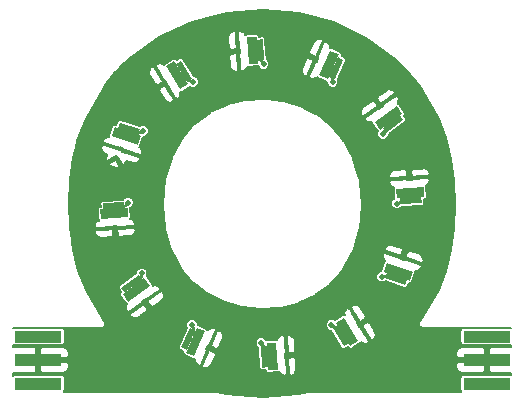
<source format=gtl>
G04 #@! TF.FileFunction,Copper,L1,Top,Signal*
%FSLAX46Y46*%
G04 Gerber Fmt 4.6, Leading zero omitted, Abs format (unit mm)*
G04 Created by KiCad (PCBNEW 4.0.0-rc2-stable) date 3/3/2016 3:46:29 PM*
%MOMM*%
G01*
G04 APERTURE LIST*
%ADD10C,0.150000*%
%ADD11C,0.500000*%
%ADD12R,4.000000X1.000000*%
%ADD13C,0.600000*%
%ADD14C,0.254000*%
%ADD15C,0.152400*%
G04 APERTURE END LIST*
D10*
G36*
X74879413Y-47032668D02*
X73950500Y-45490877D01*
X74378775Y-45232846D01*
X75307688Y-46774637D01*
X74879413Y-47032668D01*
X74879413Y-47032668D01*
G37*
G36*
X76712965Y-46219840D02*
X75526021Y-44249774D01*
X75800117Y-44084634D01*
X76987061Y-46054700D01*
X76712965Y-46219840D01*
X76712965Y-46219840D01*
G37*
G36*
X75436704Y-46988774D02*
X74249759Y-45018708D01*
X74935000Y-44605858D01*
X76121945Y-46575924D01*
X75436704Y-46988774D01*
X75436704Y-46988774D01*
G37*
D11*
X73838509Y-45208108D03*
D10*
G36*
X80066724Y-41849097D02*
X78362249Y-41270510D01*
X78522968Y-40797045D01*
X80227443Y-41375632D01*
X80066724Y-41849097D01*
X80066724Y-41849097D01*
G37*
G36*
X80943118Y-40045064D02*
X78765177Y-39305758D01*
X78868036Y-39002740D01*
X81045977Y-39742046D01*
X80943118Y-40045064D01*
X80943118Y-40045064D01*
G37*
G36*
X80464177Y-41455991D02*
X78286236Y-40716685D01*
X78543385Y-39959141D01*
X80721326Y-40698447D01*
X80464177Y-41455991D01*
X80464177Y-41455991D01*
G37*
D11*
X78094242Y-41126732D03*
D10*
G36*
X81464222Y-34866255D02*
X79667040Y-34966948D01*
X79639070Y-34467731D01*
X81436252Y-34367038D01*
X81464222Y-34866255D01*
X81464222Y-34866255D01*
G37*
G36*
X81602509Y-32865386D02*
X79306110Y-32994049D01*
X79288209Y-32674550D01*
X81584608Y-32545887D01*
X81602509Y-32865386D01*
X81602509Y-32865386D01*
G37*
G36*
X81685860Y-34353053D02*
X79389462Y-34481716D01*
X79344710Y-33682969D01*
X81641108Y-33554306D01*
X81685860Y-34353053D01*
X81685860Y-34353053D01*
G37*
D11*
X79364714Y-34933808D03*
D10*
G36*
X79922471Y-27865197D02*
X78466012Y-28922895D01*
X78172207Y-28518323D01*
X79628666Y-27460625D01*
X79922471Y-27865197D01*
X79922471Y-27865197D01*
G37*
G36*
X78955413Y-26108097D02*
X77094382Y-27459601D01*
X76906347Y-27200675D01*
X78767378Y-25849171D01*
X78955413Y-26108097D01*
X78955413Y-26108097D01*
G37*
G36*
X79830953Y-27313722D02*
X77969921Y-28665225D01*
X77499833Y-28017910D01*
X79360865Y-26666407D01*
X79830953Y-27313722D01*
X79830953Y-27313722D01*
G37*
D11*
X78193888Y-29058721D03*
D10*
G36*
X74839469Y-22741338D02*
X74106371Y-24385287D01*
X73649719Y-24181648D01*
X74382817Y-22537699D01*
X74839469Y-22741338D01*
X74839469Y-22741338D01*
G37*
G36*
X73123812Y-21702532D02*
X72187076Y-23803133D01*
X71894818Y-23672804D01*
X72831554Y-21572203D01*
X73123812Y-21702532D01*
X73123812Y-21702532D01*
G37*
G36*
X74484636Y-22309373D02*
X73547900Y-24409974D01*
X72817256Y-24084153D01*
X73753992Y-21983552D01*
X74484636Y-22309373D01*
X74484636Y-22309373D01*
G37*
D11*
X73938524Y-24638914D03*
D10*
G36*
X68015794Y-21015783D02*
X68118060Y-22812876D01*
X67618868Y-22841283D01*
X67516602Y-21044190D01*
X68015794Y-21015783D01*
X68015794Y-21015783D01*
G37*
G36*
X66014805Y-20879248D02*
X66145479Y-23175533D01*
X65825995Y-23193714D01*
X65695321Y-20897429D01*
X66014805Y-20879248D01*
X66014805Y-20879248D01*
G37*
G36*
X67502398Y-20794594D02*
X67633072Y-23090879D01*
X66834364Y-23136330D01*
X66703690Y-20840045D01*
X67502398Y-20794594D01*
X67502398Y-20794594D01*
G37*
D11*
X68085186Y-23115231D03*
D10*
G36*
X61088566Y-22831334D02*
X62027161Y-24367251D01*
X61600518Y-24627972D01*
X60661923Y-23092055D01*
X61088566Y-22831334D01*
X61088566Y-22831334D01*
G37*
G36*
X59260165Y-23655681D02*
X60459481Y-25618241D01*
X60186429Y-25785103D01*
X58987113Y-23822543D01*
X59260165Y-23655681D01*
X59260165Y-23655681D01*
G37*
G36*
X60531563Y-22878733D02*
X61730879Y-24841293D01*
X61048249Y-25258447D01*
X59848933Y-23295887D01*
X60531563Y-22878733D01*
X60531563Y-22878733D01*
G37*
D11*
X62140930Y-24649309D03*
D10*
G36*
X55908279Y-28068956D02*
X57614352Y-28642815D01*
X57454947Y-29116724D01*
X55748874Y-28542865D01*
X55908279Y-28068956D01*
X55908279Y-28068956D01*
G37*
G36*
X55036892Y-29875413D02*
X57216875Y-30608677D01*
X57114856Y-30911979D01*
X54934873Y-30178715D01*
X55036892Y-29875413D01*
X55036892Y-29875413D01*
G37*
G36*
X55511920Y-28463163D02*
X57691902Y-29196426D01*
X57436854Y-29954681D01*
X55256872Y-29221418D01*
X55511920Y-28463163D01*
X55511920Y-28463163D01*
G37*
D11*
X57882758Y-28785849D03*
D10*
G36*
X54504242Y-34920154D02*
X56301420Y-34819402D01*
X56329406Y-35318618D01*
X54532228Y-35419370D01*
X54504242Y-34920154D01*
X54504242Y-34920154D01*
G37*
G36*
X54366020Y-36921027D02*
X56662414Y-36792289D01*
X56680326Y-37111787D01*
X54383932Y-37240525D01*
X54366020Y-36921027D01*
X54366020Y-36921027D01*
G37*
G36*
X54282621Y-35433363D02*
X56579015Y-35304625D01*
X56623793Y-36103371D01*
X54327399Y-36232109D01*
X54282621Y-35433363D01*
X54282621Y-35433363D01*
G37*
D11*
X56603748Y-34852532D03*
D10*
G36*
X56054616Y-42040565D02*
X57507066Y-40977367D01*
X57802398Y-41380825D01*
X56349948Y-42444023D01*
X56054616Y-42040565D01*
X56054616Y-42040565D01*
G37*
G36*
X57028310Y-43793996D02*
X58884219Y-42435465D01*
X59073232Y-42693678D01*
X57217323Y-44052209D01*
X57028310Y-43793996D01*
X57028310Y-43793996D01*
G37*
G36*
X56148220Y-42591690D02*
X58004128Y-41233159D01*
X58476660Y-41878692D01*
X56620752Y-43237223D01*
X56148220Y-42591690D01*
X56148220Y-42591690D01*
G37*
D11*
X57778674Y-40840513D03*
D10*
G36*
X61140332Y-47117581D02*
X61863746Y-45469348D01*
X62321588Y-45670297D01*
X61598174Y-47318530D01*
X61140332Y-47117581D01*
X61140332Y-47117581D01*
G37*
G36*
X62862071Y-48146277D02*
X63786434Y-46040202D01*
X64079453Y-46168809D01*
X63155090Y-48274884D01*
X62862071Y-48146277D01*
X62862071Y-48146277D01*
G37*
G36*
X61497701Y-47547451D02*
X62422063Y-45441376D01*
X63154611Y-45762893D01*
X62230249Y-47868968D01*
X61497701Y-47547451D01*
X61497701Y-47547451D01*
G37*
D11*
X62030100Y-45214738D03*
D10*
G36*
X67960177Y-48815857D02*
X67859149Y-47018694D01*
X68358361Y-46990631D01*
X68459389Y-48787794D01*
X67960177Y-48815857D01*
X67960177Y-48815857D01*
G37*
G36*
X69961071Y-48953771D02*
X69831981Y-46657397D01*
X70151477Y-46639437D01*
X70280567Y-48935811D01*
X69961071Y-48953771D01*
X69961071Y-48953771D01*
G37*
G36*
X68473420Y-49037400D02*
X68344329Y-46741025D01*
X69143068Y-46696124D01*
X69272159Y-48992499D01*
X68473420Y-49037400D01*
X68473420Y-49037400D01*
G37*
D11*
X67892232Y-46716361D03*
D12*
X86986290Y-50192200D03*
X86986290Y-48192200D03*
X86986290Y-46192200D03*
D13*
X85986290Y-50192200D03*
X85986290Y-48192200D03*
X85986290Y-46192200D03*
D12*
X49020840Y-46192200D03*
X49020840Y-48192200D03*
X49020840Y-50192200D03*
D13*
X50020840Y-46192200D03*
X50020840Y-48192200D03*
X50020840Y-50192200D03*
D11*
X55602462Y-31072320D03*
D14*
X74630000Y-46130000D02*
X75190000Y-45800000D01*
X74630000Y-46130000D02*
X75190000Y-45800000D01*
X74630000Y-46130000D02*
X75190000Y-45800000D01*
X74630000Y-46130000D02*
X75190000Y-45800000D01*
X74630000Y-46130000D02*
X75190000Y-45800000D01*
X74630000Y-46130000D02*
X75190000Y-45800000D01*
X74630000Y-46130000D02*
X75190000Y-45800000D01*
X74630000Y-46130000D02*
X75190000Y-45800000D01*
X74630000Y-46130000D02*
X75190000Y-45800000D01*
X75190000Y-45800000D02*
X73840000Y-45210000D01*
X75190000Y-45800000D02*
X73840000Y-45210000D01*
X75190000Y-45800000D02*
X73840000Y-45210000D01*
X75190000Y-45800000D02*
X73840000Y-45210000D01*
X75190000Y-45800000D02*
X73840000Y-45210000D01*
X75190000Y-45800000D02*
X73840000Y-45210000D01*
X75190000Y-45800000D02*
X73840000Y-45210000D01*
X75190000Y-45800000D02*
X73840000Y-45210000D01*
X75190000Y-45800000D02*
X73840000Y-45210000D01*
X79290000Y-41320000D02*
X79500000Y-40710000D01*
X79290000Y-41320000D02*
X79500000Y-40710000D01*
X79290000Y-41320000D02*
X79500000Y-40710000D01*
X79290000Y-41320000D02*
X79500000Y-40710000D01*
X79290000Y-41320000D02*
X79500000Y-40710000D01*
X79290000Y-41320000D02*
X79500000Y-40710000D01*
X79290000Y-41320000D02*
X79500000Y-40710000D01*
X79290000Y-41320000D02*
X79500000Y-40710000D01*
X79290000Y-41320000D02*
X79500000Y-40710000D01*
X79500000Y-40710000D02*
X78090000Y-41130000D01*
X79500000Y-40710000D02*
X78090000Y-41130000D01*
X79500000Y-40710000D02*
X78090000Y-41130000D01*
X79500000Y-40710000D02*
X78090000Y-41130000D01*
X79500000Y-40710000D02*
X78090000Y-41130000D01*
X79500000Y-40710000D02*
X78090000Y-41130000D01*
X79500000Y-40710000D02*
X78090000Y-41130000D01*
X79500000Y-40710000D02*
X78090000Y-41130000D01*
X79500000Y-40710000D02*
X78090000Y-41130000D01*
X80550000Y-34670000D02*
X80520000Y-34020000D01*
X80550000Y-34670000D02*
X80520000Y-34020000D01*
X80550000Y-34670000D02*
X80520000Y-34020000D01*
X80550000Y-34670000D02*
X80520000Y-34020000D01*
X80550000Y-34670000D02*
X80520000Y-34020000D01*
X80550000Y-34670000D02*
X80520000Y-34020000D01*
X80550000Y-34670000D02*
X80520000Y-34020000D01*
X80550000Y-34670000D02*
X80520000Y-34020000D01*
X80550000Y-34670000D02*
X80520000Y-34020000D01*
X80520000Y-34020000D02*
X79360000Y-34930000D01*
X80520000Y-34020000D02*
X79360000Y-34930000D01*
X80520000Y-34020000D02*
X79360000Y-34930000D01*
X80520000Y-34020000D02*
X79360000Y-34930000D01*
X80520000Y-34020000D02*
X79360000Y-34930000D01*
X80520000Y-34020000D02*
X79360000Y-34930000D01*
X80520000Y-34020000D02*
X79360000Y-34930000D01*
X80520000Y-34020000D02*
X79360000Y-34930000D01*
X80520000Y-34020000D02*
X79360000Y-34930000D01*
X79050000Y-28190000D02*
X78670000Y-27670000D01*
X79050000Y-28190000D02*
X78670000Y-27670000D01*
X79050000Y-28190000D02*
X78670000Y-27670000D01*
X79050000Y-28190000D02*
X78670000Y-27670000D01*
X79050000Y-28190000D02*
X78670000Y-27670000D01*
X79050000Y-28190000D02*
X78670000Y-27670000D01*
X79050000Y-28190000D02*
X78670000Y-27670000D01*
X79050000Y-28190000D02*
X78670000Y-27670000D01*
X79050000Y-28190000D02*
X78670000Y-27670000D01*
X78670000Y-27670000D02*
X78190000Y-29060000D01*
X78670000Y-27670000D02*
X78190000Y-29060000D01*
X78670000Y-27670000D02*
X78190000Y-29060000D01*
X78670000Y-27670000D02*
X78190000Y-29060000D01*
X78670000Y-27670000D02*
X78190000Y-29060000D01*
X78670000Y-27670000D02*
X78190000Y-29060000D01*
X78670000Y-27670000D02*
X78190000Y-29060000D01*
X78670000Y-27670000D02*
X78190000Y-29060000D01*
X78670000Y-27670000D02*
X78190000Y-29060000D01*
X74240000Y-23460000D02*
X73650000Y-23200000D01*
X74240000Y-23460000D02*
X73650000Y-23200000D01*
X74240000Y-23460000D02*
X73650000Y-23200000D01*
X74240000Y-23460000D02*
X73650000Y-23200000D01*
X74240000Y-23460000D02*
X73650000Y-23200000D01*
X74240000Y-23460000D02*
X73650000Y-23200000D01*
X74240000Y-23460000D02*
X73650000Y-23200000D01*
X74240000Y-23460000D02*
X73650000Y-23200000D01*
X74240000Y-23460000D02*
X73650000Y-23200000D01*
X73650000Y-23200000D02*
X73940000Y-24640000D01*
X73650000Y-23200000D02*
X73940000Y-24640000D01*
X73650000Y-23200000D02*
X73940000Y-24640000D01*
X73650000Y-23200000D02*
X73940000Y-24640000D01*
X73650000Y-23200000D02*
X73940000Y-24640000D01*
X73650000Y-23200000D02*
X73940000Y-24640000D01*
X73650000Y-23200000D02*
X73940000Y-24640000D01*
X73650000Y-23200000D02*
X73940000Y-24640000D01*
X73650000Y-23200000D02*
X73940000Y-24640000D01*
X67820000Y-21930000D02*
X67170000Y-21970000D01*
X67820000Y-21930000D02*
X67170000Y-21970000D01*
X67820000Y-21930000D02*
X67170000Y-21970000D01*
X67820000Y-21930000D02*
X67170000Y-21970000D01*
X67820000Y-21930000D02*
X67170000Y-21970000D01*
X67820000Y-21930000D02*
X67170000Y-21970000D01*
X67820000Y-21930000D02*
X67170000Y-21970000D01*
X67820000Y-21930000D02*
X67170000Y-21970000D01*
X67820000Y-21930000D02*
X67170000Y-21970000D01*
X67170000Y-21970000D02*
X68090000Y-23120000D01*
X67170000Y-21970000D02*
X68090000Y-23120000D01*
X67170000Y-21970000D02*
X68090000Y-23120000D01*
X67170000Y-21970000D02*
X68090000Y-23120000D01*
X67170000Y-21970000D02*
X68090000Y-23120000D01*
X67170000Y-21970000D02*
X68090000Y-23120000D01*
X67170000Y-21970000D02*
X68090000Y-23120000D01*
X67170000Y-21970000D02*
X68090000Y-23120000D01*
X67170000Y-21970000D02*
X68090000Y-23120000D01*
X61340000Y-23730000D02*
X60790000Y-24070000D01*
X61340000Y-23730000D02*
X60790000Y-24070000D01*
X61340000Y-23730000D02*
X60790000Y-24070000D01*
X61340000Y-23730000D02*
X60790000Y-24070000D01*
X61340000Y-23730000D02*
X60790000Y-24070000D01*
X61340000Y-23730000D02*
X60790000Y-24070000D01*
X61340000Y-23730000D02*
X60790000Y-24070000D01*
X61340000Y-23730000D02*
X60790000Y-24070000D01*
X61340000Y-23730000D02*
X60790000Y-24070000D01*
X60790000Y-24070000D02*
X62140000Y-24650000D01*
X60790000Y-24070000D02*
X62140000Y-24650000D01*
X60790000Y-24070000D02*
X62140000Y-24650000D01*
X60790000Y-24070000D02*
X62140000Y-24650000D01*
X60790000Y-24070000D02*
X62140000Y-24650000D01*
X60790000Y-24070000D02*
X62140000Y-24650000D01*
X60790000Y-24070000D02*
X62140000Y-24650000D01*
X60790000Y-24070000D02*
X62140000Y-24650000D01*
X60790000Y-24070000D02*
X62140000Y-24650000D01*
X56680000Y-28590000D02*
X56470000Y-29210000D01*
X56680000Y-28590000D02*
X56470000Y-29210000D01*
X56680000Y-28590000D02*
X56470000Y-29210000D01*
X56680000Y-28590000D02*
X56470000Y-29210000D01*
X56680000Y-28590000D02*
X56470000Y-29210000D01*
X56680000Y-28590000D02*
X56470000Y-29210000D01*
X56680000Y-28590000D02*
X56470000Y-29210000D01*
X56680000Y-28590000D02*
X56470000Y-29210000D01*
X56680000Y-28590000D02*
X56470000Y-29210000D01*
X56470000Y-29210000D02*
X57880000Y-28790000D01*
X56470000Y-29210000D02*
X57880000Y-28790000D01*
X56470000Y-29210000D02*
X57880000Y-28790000D01*
X56470000Y-29210000D02*
X57880000Y-28790000D01*
X56470000Y-29210000D02*
X57880000Y-28790000D01*
X56470000Y-29210000D02*
X57880000Y-28790000D01*
X56470000Y-29210000D02*
X57880000Y-28790000D01*
X56470000Y-29210000D02*
X57880000Y-28790000D01*
X56470000Y-29210000D02*
X57880000Y-28790000D01*
X55420000Y-35120000D02*
X55450000Y-35770000D01*
X55420000Y-35120000D02*
X55450000Y-35770000D01*
X55420000Y-35120000D02*
X55450000Y-35770000D01*
X55420000Y-35120000D02*
X55450000Y-35770000D01*
X55420000Y-35120000D02*
X55450000Y-35770000D01*
X55420000Y-35120000D02*
X55450000Y-35770000D01*
X55420000Y-35120000D02*
X55450000Y-35770000D01*
X55420000Y-35120000D02*
X55450000Y-35770000D01*
X55420000Y-35120000D02*
X55450000Y-35770000D01*
X55450000Y-35770000D02*
X56600000Y-34850000D01*
X55450000Y-35770000D02*
X56600000Y-34850000D01*
X55450000Y-35770000D02*
X56600000Y-34850000D01*
X55450000Y-35770000D02*
X56600000Y-34850000D01*
X55450000Y-35770000D02*
X56600000Y-34850000D01*
X55450000Y-35770000D02*
X56600000Y-34850000D01*
X55450000Y-35770000D02*
X56600000Y-34850000D01*
X55450000Y-35770000D02*
X56600000Y-34850000D01*
X55450000Y-35770000D02*
X56600000Y-34850000D01*
X56930000Y-41710000D02*
X57310000Y-42240000D01*
X56930000Y-41710000D02*
X57310000Y-42240000D01*
X56930000Y-41710000D02*
X57310000Y-42240000D01*
X56930000Y-41710000D02*
X57310000Y-42240000D01*
X56930000Y-41710000D02*
X57310000Y-42240000D01*
X56930000Y-41710000D02*
X57310000Y-42240000D01*
X56930000Y-41710000D02*
X57310000Y-42240000D01*
X56930000Y-41710000D02*
X57310000Y-42240000D01*
X56930000Y-41710000D02*
X57310000Y-42240000D01*
X57310000Y-42240000D02*
X57780000Y-40840000D01*
X57310000Y-42240000D02*
X57780000Y-40840000D01*
X57310000Y-42240000D02*
X57780000Y-40840000D01*
X57310000Y-42240000D02*
X57780000Y-40840000D01*
X57310000Y-42240000D02*
X57780000Y-40840000D01*
X57310000Y-42240000D02*
X57780000Y-40840000D01*
X57310000Y-42240000D02*
X57780000Y-40840000D01*
X57310000Y-42240000D02*
X57780000Y-40840000D01*
X57310000Y-42240000D02*
X57780000Y-40840000D01*
X61730000Y-46390000D02*
X62330000Y-46660000D01*
X61730000Y-46390000D02*
X62330000Y-46660000D01*
X61730000Y-46390000D02*
X62330000Y-46660000D01*
X61730000Y-46390000D02*
X62330000Y-46660000D01*
X61730000Y-46390000D02*
X62330000Y-46660000D01*
X61730000Y-46390000D02*
X62330000Y-46660000D01*
X61730000Y-46390000D02*
X62330000Y-46660000D01*
X61730000Y-46390000D02*
X62330000Y-46660000D01*
X61730000Y-46390000D02*
X62330000Y-46660000D01*
X62330000Y-46660000D02*
X62030000Y-45210000D01*
X62330000Y-46660000D02*
X62030000Y-45210000D01*
X62330000Y-46660000D02*
X62030000Y-45210000D01*
X62330000Y-46660000D02*
X62030000Y-45210000D01*
X62330000Y-46660000D02*
X62030000Y-45210000D01*
X62330000Y-46660000D02*
X62030000Y-45210000D01*
X62330000Y-46660000D02*
X62030000Y-45210000D01*
X62330000Y-46660000D02*
X62030000Y-45210000D01*
X62330000Y-46660000D02*
X62030000Y-45210000D01*
X68160000Y-47900000D02*
X68810000Y-47870000D01*
X68160000Y-47900000D02*
X68810000Y-47870000D01*
X68160000Y-47900000D02*
X68810000Y-47870000D01*
X68160000Y-47900000D02*
X68810000Y-47870000D01*
X68160000Y-47900000D02*
X68810000Y-47870000D01*
X68160000Y-47900000D02*
X68810000Y-47870000D01*
X68160000Y-47900000D02*
X68810000Y-47870000D01*
X68160000Y-47900000D02*
X68810000Y-47870000D01*
X68160000Y-47900000D02*
X68810000Y-47870000D01*
X68810000Y-47870000D02*
X67890000Y-46720000D01*
X68810000Y-47870000D02*
X67890000Y-46720000D01*
X68810000Y-47870000D02*
X67890000Y-46720000D01*
X68810000Y-47870000D02*
X67890000Y-46720000D01*
X68810000Y-47870000D02*
X67890000Y-46720000D01*
X68810000Y-47870000D02*
X67890000Y-46720000D01*
X68810000Y-47870000D02*
X67890000Y-46720000D01*
X68810000Y-47870000D02*
X67890000Y-46720000D01*
X68810000Y-47870000D02*
X67890000Y-46720000D01*
D15*
G36*
X71081981Y-18805452D02*
X74034116Y-19582848D01*
X76796601Y-20890359D01*
X79248980Y-22692710D01*
X80342778Y-23766977D01*
X81309044Y-24977249D01*
X82937081Y-27809046D01*
X83533805Y-29403570D01*
X83976158Y-31133661D01*
X84232248Y-32995241D01*
X84321126Y-34990065D01*
X84232268Y-37004198D01*
X83966285Y-38875925D01*
X83524109Y-40615153D01*
X82907949Y-42209345D01*
X81288795Y-45010580D01*
X81282857Y-45028044D01*
X81272607Y-45043384D01*
X81265511Y-45079059D01*
X81253801Y-45113498D01*
X81254999Y-45131909D01*
X81251400Y-45150000D01*
X81258496Y-45185673D01*
X81260857Y-45221973D01*
X81269008Y-45238522D01*
X81272607Y-45256616D01*
X81292815Y-45286860D01*
X81308887Y-45319491D01*
X81322751Y-45331662D01*
X81333000Y-45347000D01*
X81363246Y-45367210D01*
X81390580Y-45391205D01*
X81408044Y-45397143D01*
X81423384Y-45407393D01*
X81459059Y-45414489D01*
X81493498Y-45426199D01*
X81511909Y-45425001D01*
X81530000Y-45428600D01*
X89021400Y-45428600D01*
X89021400Y-45466232D01*
X88986290Y-45459122D01*
X84986290Y-45459122D01*
X84901576Y-45475062D01*
X84823772Y-45525128D01*
X84771575Y-45601520D01*
X84753212Y-45692200D01*
X84753212Y-46692200D01*
X84769152Y-46776914D01*
X84819218Y-46854718D01*
X84895610Y-46906915D01*
X84986290Y-46925278D01*
X88986290Y-46925278D01*
X89021400Y-46918672D01*
X89021400Y-47108000D01*
X87310140Y-47108000D01*
X87164090Y-47254050D01*
X87164090Y-48014400D01*
X87184090Y-48014400D01*
X87184090Y-48370000D01*
X87164090Y-48370000D01*
X87164090Y-49130350D01*
X87310140Y-49276400D01*
X89021400Y-49276400D01*
X89021400Y-49466232D01*
X88986290Y-49459122D01*
X84986290Y-49459122D01*
X84901576Y-49475062D01*
X84823772Y-49525128D01*
X84771575Y-49601520D01*
X84753212Y-49692200D01*
X84753212Y-50692200D01*
X84769152Y-50776914D01*
X84819218Y-50854718D01*
X84843633Y-50871400D01*
X71920000Y-50871400D01*
X71884624Y-50878437D01*
X71848619Y-50880699D01*
X71042669Y-51094325D01*
X68009888Y-51340493D01*
X64947228Y-51094298D01*
X64141381Y-50880700D01*
X64105381Y-50878438D01*
X64070000Y-50871400D01*
X51164511Y-50871400D01*
X51183358Y-50859272D01*
X51235555Y-50782880D01*
X51253918Y-50692200D01*
X51253918Y-49692200D01*
X51237978Y-49607486D01*
X51187912Y-49529682D01*
X51111520Y-49477485D01*
X51020840Y-49459122D01*
X47020840Y-49459122D01*
X46936126Y-49475062D01*
X46908600Y-49492775D01*
X46908600Y-49276400D01*
X48696990Y-49276400D01*
X48843040Y-49130350D01*
X48843040Y-48370000D01*
X48823040Y-48370000D01*
X48823040Y-48130533D01*
X49121428Y-48130533D01*
X49166293Y-48479417D01*
X49198640Y-48557510D01*
X49198640Y-49130350D01*
X49344690Y-49276400D01*
X51137044Y-49276400D01*
X51351762Y-49187461D01*
X51516101Y-49023123D01*
X51605040Y-48808405D01*
X51605040Y-48516050D01*
X51458990Y-48370000D01*
X50888760Y-48370000D01*
X50920252Y-48253867D01*
X50889458Y-48014400D01*
X51458990Y-48014400D01*
X51605040Y-47868350D01*
X51605040Y-47575995D01*
X51516101Y-47361277D01*
X51351762Y-47196939D01*
X51137044Y-47108000D01*
X49344690Y-47108000D01*
X49198640Y-47254050D01*
X49198640Y-47845802D01*
X49121428Y-48130533D01*
X48823040Y-48130533D01*
X48823040Y-48014400D01*
X48843040Y-48014400D01*
X48843040Y-47254050D01*
X48696990Y-47108000D01*
X46908600Y-47108000D01*
X46908600Y-47107885D01*
X60907456Y-47107885D01*
X60922031Y-47199251D01*
X60971004Y-47277748D01*
X61046658Y-47331007D01*
X61291076Y-47438283D01*
X61284275Y-47453778D01*
X61264825Y-47537755D01*
X61279400Y-47629121D01*
X61328373Y-47707618D01*
X61404028Y-47760877D01*
X62136576Y-48082394D01*
X62220553Y-48101844D01*
X62278867Y-48092542D01*
X62275572Y-48250254D01*
X62360006Y-48466784D01*
X62520876Y-48634518D01*
X62566802Y-48654675D01*
X62594331Y-48643940D01*
X62905745Y-48643940D01*
X62980783Y-48836373D01*
X63026710Y-48856530D01*
X63259068Y-48861384D01*
X63475597Y-48776948D01*
X63643332Y-48616079D01*
X63736736Y-48403265D01*
X64022061Y-47753179D01*
X63947022Y-47560746D01*
X63472560Y-47352504D01*
X62905745Y-48643940D01*
X62594331Y-48643940D01*
X62759235Y-48579636D01*
X63326050Y-47288200D01*
X63252795Y-47256048D01*
X63353374Y-47026886D01*
X63615474Y-47026886D01*
X64089936Y-47235129D01*
X64282369Y-47160090D01*
X64435523Y-46811143D01*
X67413549Y-46811143D01*
X67486258Y-46987112D01*
X67620773Y-47121861D01*
X67631759Y-47126423D01*
X67727466Y-48828939D01*
X67748136Y-48912624D01*
X67802490Y-48987496D01*
X67881691Y-49035323D01*
X67973259Y-49048568D01*
X68239759Y-49033587D01*
X68240709Y-49050482D01*
X68261379Y-49134168D01*
X68315733Y-49209039D01*
X68394934Y-49256866D01*
X68486502Y-49270111D01*
X69285241Y-49225210D01*
X69368927Y-49204540D01*
X69416713Y-49169849D01*
X69485165Y-49311969D01*
X69658467Y-49466825D01*
X69877839Y-49543573D01*
X69927915Y-49540758D01*
X70065537Y-49386741D01*
X69986379Y-47978614D01*
X69906506Y-47983104D01*
X69905749Y-47969634D01*
X70146127Y-47969634D01*
X70225285Y-49377760D01*
X70379302Y-49515383D01*
X70429378Y-49512568D01*
X70638766Y-49411718D01*
X70793621Y-49238414D01*
X70870368Y-49019043D01*
X70857324Y-48787000D01*
X70817477Y-48078174D01*
X70663460Y-47940552D01*
X70146127Y-47969634D01*
X69905749Y-47969634D01*
X69886547Y-47628064D01*
X69966421Y-47623574D01*
X69887263Y-46215448D01*
X69877213Y-46206467D01*
X70047011Y-46206467D01*
X70126169Y-47614594D01*
X70643502Y-47585512D01*
X70652005Y-47575995D01*
X84402090Y-47575995D01*
X84402090Y-47868350D01*
X84548140Y-48014400D01*
X85118370Y-48014400D01*
X85086878Y-48130533D01*
X85117672Y-48370000D01*
X84548140Y-48370000D01*
X84402090Y-48516050D01*
X84402090Y-48808405D01*
X84491029Y-49023123D01*
X84655368Y-49187461D01*
X84870086Y-49276400D01*
X86662440Y-49276400D01*
X86808490Y-49130350D01*
X86808490Y-48538598D01*
X86885702Y-48253867D01*
X86840837Y-47904983D01*
X86808490Y-47826890D01*
X86808490Y-47254050D01*
X86662440Y-47108000D01*
X84870086Y-47108000D01*
X84655368Y-47196939D01*
X84491029Y-47361277D01*
X84402090Y-47575995D01*
X70652005Y-47575995D01*
X70781124Y-47431495D01*
X70741278Y-46722669D01*
X70728234Y-46490627D01*
X70627383Y-46281239D01*
X70454081Y-46126383D01*
X70234709Y-46049635D01*
X70184633Y-46052450D01*
X70047011Y-46206467D01*
X69877213Y-46206467D01*
X69733246Y-46077825D01*
X69683170Y-46080640D01*
X69473782Y-46181490D01*
X69318927Y-46354794D01*
X69266746Y-46503948D01*
X69221554Y-46476658D01*
X69129986Y-46463413D01*
X68331247Y-46508314D01*
X68324775Y-46509912D01*
X68298206Y-46445610D01*
X68163691Y-46310861D01*
X67987849Y-46237845D01*
X67797450Y-46237678D01*
X67621481Y-46310387D01*
X67486732Y-46444902D01*
X67413716Y-46620744D01*
X67413549Y-46811143D01*
X64435523Y-46811143D01*
X64567694Y-46510004D01*
X64661098Y-46297190D01*
X64665952Y-46064832D01*
X64581518Y-45848302D01*
X64420648Y-45680568D01*
X64374722Y-45660411D01*
X64182289Y-45735450D01*
X63615474Y-47026886D01*
X63353374Y-47026886D01*
X63395709Y-46930430D01*
X63468964Y-46962582D01*
X64035779Y-45671146D01*
X63960741Y-45478713D01*
X63914814Y-45458556D01*
X63682456Y-45453702D01*
X63465927Y-45538138D01*
X63351882Y-45647515D01*
X63323939Y-45602726D01*
X63248284Y-45549467D01*
X62686481Y-45302890D01*
X73359826Y-45302890D01*
X73432535Y-45478859D01*
X73567050Y-45613608D01*
X73742892Y-45686624D01*
X73796352Y-45686671D01*
X74679770Y-47152951D01*
X74737141Y-47217287D01*
X74820177Y-47258093D01*
X74912547Y-47263379D01*
X74999696Y-47232311D01*
X75228328Y-47094563D01*
X75237061Y-47109057D01*
X75294432Y-47173393D01*
X75377468Y-47214199D01*
X75469838Y-47219485D01*
X75556987Y-47188417D01*
X76242228Y-46775567D01*
X76306564Y-46718196D01*
X76332608Y-46665198D01*
X76459526Y-46758878D01*
X76685099Y-46814834D01*
X76914914Y-46780206D01*
X76957874Y-46754323D01*
X77007602Y-46553853D01*
X76279773Y-45345817D01*
X76211249Y-45387102D01*
X76136628Y-45263247D01*
X76416821Y-45263247D01*
X77144650Y-46471283D01*
X77345121Y-46521011D01*
X77388081Y-46495128D01*
X77526100Y-46308139D01*
X77582054Y-46082566D01*
X77547427Y-45852751D01*
X77427489Y-45653681D01*
X77061113Y-45045577D01*
X76860643Y-44995849D01*
X76416821Y-45263247D01*
X76136628Y-45263247D01*
X76027737Y-45082512D01*
X76096261Y-45041227D01*
X75368432Y-43833191D01*
X75167961Y-43783463D01*
X75125001Y-43809346D01*
X74986982Y-43996335D01*
X74931028Y-44221908D01*
X74954571Y-44378163D01*
X74901866Y-44375147D01*
X74814717Y-44406215D01*
X74129476Y-44819065D01*
X74127847Y-44820518D01*
X74109968Y-44802608D01*
X73934126Y-44729592D01*
X73743727Y-44729425D01*
X73567758Y-44802134D01*
X73433009Y-44936649D01*
X73359993Y-45112491D01*
X73359826Y-45302890D01*
X62686481Y-45302890D01*
X62515736Y-45227950D01*
X62508690Y-45226318D01*
X62508783Y-45119956D01*
X62436074Y-44943987D01*
X62301559Y-44809238D01*
X62125717Y-44736222D01*
X61935318Y-44736055D01*
X61759349Y-44808764D01*
X61624600Y-44943279D01*
X61551584Y-45119121D01*
X61551417Y-45309520D01*
X61613456Y-45459666D01*
X60926906Y-47023908D01*
X60907456Y-47107885D01*
X46908600Y-47107885D01*
X46908600Y-46892184D01*
X46930160Y-46906915D01*
X47020840Y-46925278D01*
X51020840Y-46925278D01*
X51105554Y-46909338D01*
X51183358Y-46859272D01*
X51235555Y-46782880D01*
X51253918Y-46692200D01*
X51253918Y-45692200D01*
X51237978Y-45607486D01*
X51187912Y-45529682D01*
X51111520Y-45477485D01*
X51020840Y-45459122D01*
X47020840Y-45459122D01*
X46936126Y-45475062D01*
X46908600Y-45492775D01*
X46908600Y-45428600D01*
X54410000Y-45428600D01*
X54428454Y-45424929D01*
X54447235Y-45426101D01*
X54481300Y-45414418D01*
X54516616Y-45407393D01*
X54532260Y-45396940D01*
X54550060Y-45390835D01*
X54577061Y-45367004D01*
X54607000Y-45347000D01*
X54617453Y-45331356D01*
X54631562Y-45318904D01*
X54647388Y-45286556D01*
X54667393Y-45256616D01*
X54671064Y-45238161D01*
X54679333Y-45221259D01*
X54681575Y-45185317D01*
X54688600Y-45150000D01*
X54684929Y-45131546D01*
X54686101Y-45112765D01*
X54674418Y-45078700D01*
X54667393Y-45043384D01*
X54656940Y-45027740D01*
X54650835Y-45009940D01*
X54325529Y-44450572D01*
X56784936Y-44450572D01*
X56814561Y-44491043D01*
X57013154Y-44611770D01*
X57242831Y-44647307D01*
X57468623Y-44592247D01*
X57656158Y-44454971D01*
X58229024Y-44035631D01*
X58260608Y-43831514D01*
X57954554Y-43413411D01*
X56816520Y-44246456D01*
X56784936Y-44450572D01*
X54325529Y-44450572D01*
X53021919Y-42209001D01*
X52941815Y-42001746D01*
X55824793Y-42001746D01*
X55827797Y-42094218D01*
X55866541Y-42178236D01*
X56024203Y-42393621D01*
X56010549Y-42403616D01*
X55951607Y-42466515D01*
X55918397Y-42552871D01*
X55921401Y-42645343D01*
X55960145Y-42729361D01*
X56432677Y-43374894D01*
X56495577Y-43433836D01*
X56550693Y-43455032D01*
X56468750Y-43589825D01*
X56433211Y-43819502D01*
X56488272Y-44045295D01*
X56517896Y-44085765D01*
X56722013Y-44117349D01*
X57860048Y-43284304D01*
X57812795Y-43219751D01*
X57835173Y-43203370D01*
X58241494Y-43203370D01*
X58547547Y-43621474D01*
X58751664Y-43653057D01*
X59324531Y-43233717D01*
X59512065Y-43096441D01*
X59632792Y-42897849D01*
X59668331Y-42668172D01*
X59613270Y-42442379D01*
X59583646Y-42401909D01*
X59379529Y-42370325D01*
X58241494Y-43203370D01*
X57835173Y-43203370D01*
X58099735Y-43009710D01*
X58146988Y-43074263D01*
X59285022Y-42241218D01*
X59316606Y-42037102D01*
X59286981Y-41996631D01*
X59088388Y-41875904D01*
X58858711Y-41840367D01*
X58705193Y-41877803D01*
X58703479Y-41825039D01*
X58664735Y-41741021D01*
X58192203Y-41095488D01*
X58191350Y-41094689D01*
X58257190Y-40936130D01*
X58257357Y-40745731D01*
X58184648Y-40569762D01*
X58050133Y-40435013D01*
X57874291Y-40361997D01*
X57683892Y-40361830D01*
X57507923Y-40434539D01*
X57373174Y-40569054D01*
X57300158Y-40744896D01*
X57300075Y-40840036D01*
X55916945Y-41852491D01*
X55858003Y-41915390D01*
X55824793Y-42001746D01*
X52941815Y-42001746D01*
X52405891Y-40615151D01*
X51963715Y-38875925D01*
X51745334Y-37339171D01*
X53804344Y-37339171D01*
X53807152Y-37389247D01*
X53907970Y-37598651D01*
X54081250Y-37753532D01*
X54300609Y-37830314D01*
X54532654Y-37817305D01*
X55241486Y-37777567D01*
X55379132Y-37623571D01*
X55350130Y-37106234D01*
X53941991Y-37185175D01*
X53804344Y-37339171D01*
X51745334Y-37339171D01*
X51709404Y-37086330D01*
X55705172Y-37086330D01*
X55734175Y-37603667D01*
X55888170Y-37741313D01*
X56597002Y-37701576D01*
X56829047Y-37688567D01*
X57038450Y-37587749D01*
X57193333Y-37414470D01*
X57270114Y-37195111D01*
X57267307Y-37145034D01*
X57113311Y-37007388D01*
X55705172Y-37086330D01*
X51709404Y-37086330D01*
X51697732Y-37004197D01*
X51690387Y-36837703D01*
X53776232Y-36837703D01*
X53779039Y-36887780D01*
X53933035Y-37025426D01*
X55341174Y-36946484D01*
X55336696Y-36866610D01*
X55691738Y-36846706D01*
X55696216Y-36926580D01*
X57104355Y-36847639D01*
X57242002Y-36693643D01*
X57239194Y-36643567D01*
X57138376Y-36434163D01*
X56965096Y-36279282D01*
X56815951Y-36227077D01*
X56843247Y-36181891D01*
X56856506Y-36090325D01*
X56811728Y-35291579D01*
X56810130Y-35285103D01*
X56874499Y-35258506D01*
X57009248Y-35123991D01*
X57055231Y-35013250D01*
X59582372Y-35013250D01*
X59752372Y-37043250D01*
X59760175Y-37070398D01*
X59762697Y-37098530D01*
X60282697Y-38868530D01*
X60296460Y-38894831D01*
X60305291Y-38923175D01*
X61105291Y-40393175D01*
X61123656Y-40415213D01*
X61137592Y-40440279D01*
X62147592Y-41630279D01*
X62171012Y-41648860D01*
X62190764Y-41671308D01*
X63380764Y-42581308D01*
X63405976Y-42593689D01*
X63428364Y-42610644D01*
X64788364Y-43270644D01*
X64811374Y-43276654D01*
X64832488Y-43287600D01*
X66282489Y-43707600D01*
X66306686Y-43709676D01*
X66329854Y-43716964D01*
X67799854Y-43876964D01*
X67823224Y-43874904D01*
X67846467Y-43878113D01*
X69366467Y-43788113D01*
X69390987Y-43781708D01*
X69416305Y-43780595D01*
X69538631Y-43750621D01*
X75505480Y-43750621D01*
X76233309Y-44958657D01*
X76677131Y-44691259D01*
X76726859Y-44490789D01*
X76360483Y-43882685D01*
X76240545Y-43683615D01*
X76053556Y-43545596D01*
X75827983Y-43489640D01*
X75598168Y-43524268D01*
X75555208Y-43550151D01*
X75505480Y-43750621D01*
X69538631Y-43750621D01*
X70926304Y-43410595D01*
X70950247Y-43399421D01*
X70975957Y-43393322D01*
X72395957Y-42743322D01*
X72419189Y-42726539D01*
X72445143Y-42714379D01*
X73695143Y-41794379D01*
X73716807Y-41770651D01*
X73742019Y-41750737D01*
X74193159Y-41221514D01*
X77615559Y-41221514D01*
X77688268Y-41397483D01*
X77822783Y-41532232D01*
X77998625Y-41605248D01*
X78189024Y-41605415D01*
X78364993Y-41532706D01*
X78376299Y-41521420D01*
X79991804Y-42069806D01*
X80077146Y-42081942D01*
X80166914Y-42059542D01*
X80240896Y-42003983D01*
X80287433Y-41924017D01*
X80373232Y-41671260D01*
X80389257Y-41676700D01*
X80474599Y-41688836D01*
X80564368Y-41666436D01*
X80638349Y-41610876D01*
X80684886Y-41530911D01*
X80942035Y-40773367D01*
X80954171Y-40688025D01*
X80939874Y-40630730D01*
X81097282Y-40620412D01*
X81305724Y-40517620D01*
X81458962Y-40342886D01*
X81475084Y-40295392D01*
X81383730Y-40110147D01*
X80048226Y-39656808D01*
X80022511Y-39732562D01*
X79685783Y-39618260D01*
X79711498Y-39542505D01*
X79601892Y-39505299D01*
X80099656Y-39505299D01*
X81435160Y-39958638D01*
X81620405Y-39867285D01*
X81636527Y-39819792D01*
X81621326Y-39587880D01*
X81518533Y-39379439D01*
X81343798Y-39226201D01*
X81123723Y-39151496D01*
X80451454Y-38923294D01*
X80266209Y-39014647D01*
X80099656Y-39505299D01*
X79601892Y-39505299D01*
X78375994Y-39089166D01*
X78190749Y-39180519D01*
X78174627Y-39228012D01*
X78189828Y-39459924D01*
X78292621Y-39668365D01*
X78411426Y-39772554D01*
X78369213Y-39804256D01*
X78322676Y-39884221D01*
X78065527Y-40641765D01*
X78064625Y-40648106D01*
X77999460Y-40648049D01*
X77823491Y-40720758D01*
X77688742Y-40855273D01*
X77615726Y-41031115D01*
X77615559Y-41221514D01*
X74193159Y-41221514D01*
X74782019Y-40530737D01*
X74795684Y-40506282D01*
X74813770Y-40484886D01*
X75643770Y-38984886D01*
X75652724Y-38956842D01*
X75666602Y-38930879D01*
X75720743Y-38752412D01*
X78336070Y-38752412D01*
X78427424Y-38937657D01*
X79762928Y-39390996D01*
X79929480Y-38900344D01*
X79838127Y-38715099D01*
X79165858Y-38486896D01*
X78945783Y-38412191D01*
X78713872Y-38427392D01*
X78505430Y-38530184D01*
X78352192Y-38704918D01*
X78336070Y-38752412D01*
X75720743Y-38752412D01*
X76206602Y-37150879D01*
X76209452Y-37121944D01*
X76217563Y-37094020D01*
X76397563Y-35014020D01*
X76394939Y-34990266D01*
X76397609Y-34966520D01*
X76239125Y-33092676D01*
X78726520Y-33092676D01*
X78729326Y-33142753D01*
X78830137Y-33352159D01*
X79003412Y-33507046D01*
X79152556Y-33559256D01*
X79125259Y-33604442D01*
X79111997Y-33696007D01*
X79156749Y-34494754D01*
X79158347Y-34501231D01*
X79093963Y-34527834D01*
X78959214Y-34662349D01*
X78886198Y-34838191D01*
X78886031Y-35028590D01*
X78958740Y-35204559D01*
X79093255Y-35339308D01*
X79269097Y-35412324D01*
X79459496Y-35412491D01*
X79635465Y-35339782D01*
X79770214Y-35205267D01*
X79774744Y-35194357D01*
X81477261Y-35098968D01*
X81560950Y-35078314D01*
X81635832Y-35023974D01*
X81683673Y-34944782D01*
X81696935Y-34853217D01*
X81682003Y-34586713D01*
X81698898Y-34585766D01*
X81782588Y-34565112D01*
X81857470Y-34510772D01*
X81905311Y-34431580D01*
X81918573Y-34340015D01*
X81873821Y-33541268D01*
X81853167Y-33457578D01*
X81818484Y-33409784D01*
X81960618Y-33341359D01*
X82115506Y-33168086D01*
X82192294Y-32948728D01*
X82189489Y-32898652D01*
X82035497Y-32761001D01*
X80627356Y-32839897D01*
X80631831Y-32919771D01*
X80276788Y-32939664D01*
X80272313Y-32859789D01*
X78864171Y-32938685D01*
X78726520Y-33092676D01*
X76239125Y-33092676D01*
X76227609Y-32956521D01*
X76219696Y-32929079D01*
X76217059Y-32900645D01*
X76125113Y-32591208D01*
X78698424Y-32591208D01*
X78701229Y-32641284D01*
X78855221Y-32778935D01*
X80263362Y-32700039D01*
X80234377Y-32182701D01*
X80212123Y-32162808D01*
X80589420Y-32162808D01*
X80618405Y-32680147D01*
X82026547Y-32601251D01*
X82164198Y-32447260D01*
X82161392Y-32397183D01*
X82060581Y-32187777D01*
X81887306Y-32032890D01*
X81667949Y-31956101D01*
X81435904Y-31969102D01*
X80727071Y-32008817D01*
X80589420Y-32162808D01*
X80212123Y-32162808D01*
X80080385Y-32045050D01*
X79371552Y-32084764D01*
X79139507Y-32097765D01*
X78930100Y-32198577D01*
X78775212Y-32371850D01*
X78698424Y-32591208D01*
X76125113Y-32591208D01*
X75697059Y-31150645D01*
X75683596Y-31125108D01*
X75675086Y-31097521D01*
X74875086Y-29617521D01*
X74856900Y-29595571D01*
X74843151Y-29570599D01*
X73833150Y-28370598D01*
X73811049Y-28352915D01*
X73792692Y-28331379D01*
X73191297Y-27856327D01*
X76660491Y-27856327D01*
X76689963Y-27896909D01*
X76888098Y-28018386D01*
X77117639Y-28054791D01*
X77271299Y-28017936D01*
X77272813Y-28070705D01*
X77311239Y-28154869D01*
X77781327Y-28802184D01*
X77781948Y-28802771D01*
X77715372Y-28963104D01*
X77715205Y-29153503D01*
X77787914Y-29329472D01*
X77922429Y-29464221D01*
X78098271Y-29537237D01*
X78288670Y-29537404D01*
X78464639Y-29464695D01*
X78599388Y-29330180D01*
X78672404Y-29154338D01*
X78672486Y-29061006D01*
X80059430Y-28053791D01*
X80118609Y-27991114D01*
X80152145Y-27904885D01*
X80149491Y-27812402D01*
X80111065Y-27728238D01*
X79954219Y-27512260D01*
X79967912Y-27502316D01*
X80027091Y-27439639D01*
X80060627Y-27353410D01*
X80057973Y-27260927D01*
X80019547Y-27176763D01*
X79549459Y-26529448D01*
X79486782Y-26470269D01*
X79431746Y-26448865D01*
X79514197Y-26314382D01*
X79550605Y-26084841D01*
X79496399Y-25858842D01*
X79466927Y-25818260D01*
X79262931Y-25785904D01*
X78121755Y-26614640D01*
X78168764Y-26679372D01*
X77881031Y-26888326D01*
X77834023Y-26823595D01*
X76692846Y-27652331D01*
X76660491Y-27856327D01*
X73191297Y-27856327D01*
X72602692Y-27391379D01*
X72577924Y-27378728D01*
X72556053Y-27361548D01*
X72284808Y-27223931D01*
X76311155Y-27223931D01*
X76365361Y-27449930D01*
X76394833Y-27490512D01*
X76598829Y-27522868D01*
X77740005Y-26694132D01*
X77435535Y-26274873D01*
X77231539Y-26242518D01*
X76657091Y-26659689D01*
X76469039Y-26796255D01*
X76347563Y-26994390D01*
X76311155Y-27223931D01*
X72284808Y-27223931D01*
X71196053Y-26671548D01*
X71171642Y-26664709D01*
X71149209Y-26652897D01*
X69699210Y-26222897D01*
X69675075Y-26220672D01*
X69652005Y-26213244D01*
X68378071Y-26065919D01*
X77723267Y-26065919D01*
X78027737Y-26485177D01*
X79168914Y-25656441D01*
X79201269Y-25452445D01*
X79171797Y-25411863D01*
X78973662Y-25290386D01*
X78744121Y-25253981D01*
X78518122Y-25308187D01*
X78330070Y-25444752D01*
X77755622Y-25861923D01*
X77723267Y-26065919D01*
X68378071Y-26065919D01*
X68182006Y-26043245D01*
X68156794Y-26045297D01*
X68131711Y-26042001D01*
X66611711Y-26142001D01*
X66586446Y-26148777D01*
X66560330Y-26150252D01*
X65050330Y-26540252D01*
X65027355Y-26551325D01*
X65002574Y-26557356D01*
X63582574Y-27217356D01*
X63558940Y-27234640D01*
X63532555Y-27247334D01*
X62282555Y-28187334D01*
X62262889Y-28209324D01*
X62239580Y-28227404D01*
X61189580Y-29437404D01*
X61174750Y-29463404D01*
X61155543Y-29486363D01*
X60335543Y-30986363D01*
X60326879Y-31013986D01*
X60313273Y-31039535D01*
X59773273Y-32829535D01*
X59770488Y-32858261D01*
X59762437Y-32885980D01*
X59582437Y-34965980D01*
X59585049Y-34989622D01*
X59582372Y-35013250D01*
X57055231Y-35013250D01*
X57082264Y-34948149D01*
X57082431Y-34757750D01*
X57009722Y-34581781D01*
X56875207Y-34447032D01*
X56699365Y-34374016D01*
X56508966Y-34373849D01*
X56332997Y-34446558D01*
X56198248Y-34581073D01*
X56193712Y-34591996D01*
X54491196Y-34687441D01*
X54407507Y-34708098D01*
X54332627Y-34762440D01*
X54284788Y-34841634D01*
X54271529Y-34933200D01*
X54286469Y-35199703D01*
X54269575Y-35200650D01*
X54185886Y-35221307D01*
X54111006Y-35275649D01*
X54063167Y-35354843D01*
X54049908Y-35446409D01*
X54094686Y-36245155D01*
X54115343Y-36328844D01*
X54150026Y-36376636D01*
X54007896Y-36445065D01*
X53853013Y-36618344D01*
X53776232Y-36837703D01*
X51690387Y-36837703D01*
X51608870Y-34989974D01*
X51697737Y-32965770D01*
X51876306Y-31709169D01*
X55038682Y-31709169D01*
X55325309Y-31876442D01*
X55654130Y-31921293D01*
X55802179Y-31899083D01*
X55852763Y-31730849D01*
X55559790Y-31243869D01*
X55072811Y-31536842D01*
X55038682Y-31709169D01*
X51876306Y-31709169D01*
X51963741Y-31093889D01*
X52214346Y-30102607D01*
X54344110Y-30102607D01*
X54359954Y-30334476D01*
X54463325Y-30542631D01*
X54638484Y-30695384D01*
X54820787Y-30756704D01*
X54798340Y-30795167D01*
X54753489Y-31123988D01*
X54775699Y-31272037D01*
X54943933Y-31322621D01*
X55430913Y-31029648D01*
X55406305Y-30988745D01*
X55432567Y-30962483D01*
X55531664Y-30995816D01*
X55716652Y-30903951D01*
X55670091Y-31042377D01*
X55814161Y-31090837D01*
X55774011Y-31114992D01*
X56066984Y-31601971D01*
X56239311Y-31636100D01*
X56406584Y-31349473D01*
X56414326Y-31292710D01*
X56818465Y-31428647D01*
X57038747Y-31502741D01*
X57270615Y-31486898D01*
X57478772Y-31383528D01*
X57631524Y-31208369D01*
X57647514Y-31160831D01*
X57555647Y-30975840D01*
X56218891Y-30526206D01*
X56193386Y-30602031D01*
X56137011Y-30583069D01*
X56166242Y-30435471D01*
X55879615Y-30268198D01*
X55550794Y-30223347D01*
X55402745Y-30245557D01*
X55401072Y-30251122D01*
X54545091Y-29963203D01*
X54360100Y-30055070D01*
X54344110Y-30102607D01*
X52214346Y-30102607D01*
X52334694Y-29626561D01*
X54504234Y-29626561D01*
X54596101Y-29811552D01*
X55932857Y-30261186D01*
X55958362Y-30185361D01*
X56295406Y-30298729D01*
X56269901Y-30374555D01*
X57606657Y-30824189D01*
X57791648Y-30732322D01*
X57807638Y-30684785D01*
X57791794Y-30452916D01*
X57688423Y-30244761D01*
X57569330Y-30140902D01*
X57611455Y-30109083D01*
X57657770Y-30028989D01*
X57912818Y-29270734D01*
X57913690Y-29264476D01*
X57977540Y-29264532D01*
X58153509Y-29191823D01*
X58288258Y-29057308D01*
X58361274Y-28881466D01*
X58361441Y-28691067D01*
X58288732Y-28515098D01*
X58154217Y-28380349D01*
X57978375Y-28307333D01*
X57787976Y-28307166D01*
X57612007Y-28379875D01*
X57599838Y-28392023D01*
X55982587Y-27848040D01*
X55897211Y-27836141D01*
X55807505Y-27858789D01*
X55733678Y-27914554D01*
X55687363Y-27994648D01*
X55602266Y-28247641D01*
X55586228Y-28242247D01*
X55500852Y-28230348D01*
X55411146Y-28252996D01*
X55337319Y-28308761D01*
X55291004Y-28388855D01*
X55035956Y-29147110D01*
X55024057Y-29232486D01*
X55038512Y-29289741D01*
X54881133Y-29300494D01*
X54672976Y-29403864D01*
X54520224Y-29579023D01*
X54504234Y-29626561D01*
X52334694Y-29626561D01*
X52406029Y-29344396D01*
X53022202Y-27740390D01*
X54383398Y-25384786D01*
X59257150Y-25384786D01*
X59627345Y-25990573D01*
X59748532Y-26188884D01*
X59936386Y-26325724D01*
X60162306Y-26380259D01*
X60391899Y-26344187D01*
X60434695Y-26318034D01*
X60483161Y-26117255D01*
X59747746Y-24913822D01*
X59305616Y-25184007D01*
X59257150Y-25384786D01*
X54383398Y-25384786D01*
X54670418Y-24888087D01*
X55549180Y-23798421D01*
X58391957Y-23798421D01*
X58428029Y-24028013D01*
X58549217Y-24226325D01*
X58919412Y-24832112D01*
X59120191Y-24880578D01*
X59562322Y-24610393D01*
X58826907Y-23406960D01*
X58626127Y-23358494D01*
X58583331Y-23384646D01*
X58446491Y-23572500D01*
X58391957Y-23798421D01*
X55549180Y-23798421D01*
X55646742Y-23677445D01*
X56007035Y-23323529D01*
X58963433Y-23323529D01*
X59698848Y-24526962D01*
X59767111Y-24485247D01*
X59952535Y-24788676D01*
X59884272Y-24830391D01*
X60619687Y-26033824D01*
X60820467Y-26082290D01*
X60863263Y-26056138D01*
X61000103Y-25868284D01*
X61054637Y-25642363D01*
X61030111Y-25486260D01*
X61082834Y-25488945D01*
X61169786Y-25457329D01*
X61852416Y-25040175D01*
X61853703Y-25039013D01*
X61869471Y-25054809D01*
X62045313Y-25127825D01*
X62235712Y-25127992D01*
X62411681Y-25055283D01*
X62546430Y-24920768D01*
X62619446Y-24744926D01*
X62619613Y-24554527D01*
X62546904Y-24378558D01*
X62412389Y-24243809D01*
X62236547Y-24170793D01*
X62180229Y-24170744D01*
X61287448Y-22709797D01*
X61229674Y-22645824D01*
X61146382Y-22605541D01*
X61053981Y-22600836D01*
X60967029Y-22632452D01*
X60739269Y-22771636D01*
X60730445Y-22757196D01*
X60672671Y-22693223D01*
X60589379Y-22652940D01*
X60496978Y-22648235D01*
X60410026Y-22679851D01*
X59727396Y-23097005D01*
X59663423Y-23154779D01*
X59637713Y-23207939D01*
X59510208Y-23115060D01*
X59284288Y-23060525D01*
X59054695Y-23096597D01*
X59011899Y-23122750D01*
X58963433Y-23323529D01*
X56007035Y-23323529D01*
X56749937Y-22593776D01*
X57016816Y-22402089D01*
X65195802Y-22402089D01*
X65236137Y-23110888D01*
X65249341Y-23342921D01*
X65350336Y-23552239D01*
X65523745Y-23706976D01*
X65743169Y-23783572D01*
X65793243Y-23780723D01*
X65799840Y-23773329D01*
X71307717Y-23773329D01*
X71390877Y-23990352D01*
X71550757Y-24159030D01*
X71596564Y-24179457D01*
X71619377Y-24170715D01*
X71935563Y-24170715D01*
X72009469Y-24363586D01*
X72055276Y-24384013D01*
X72287601Y-24390234D01*
X72504623Y-24307074D01*
X72619310Y-24198369D01*
X72646989Y-24243321D01*
X72722329Y-24297024D01*
X73452973Y-24622845D01*
X73459937Y-24624501D01*
X73459841Y-24733696D01*
X73532550Y-24909665D01*
X73667065Y-25044414D01*
X73842907Y-25117430D01*
X74033306Y-25117597D01*
X74209275Y-25044888D01*
X74344024Y-24910373D01*
X74417040Y-24734531D01*
X74417207Y-24544132D01*
X74356383Y-24396927D01*
X75052340Y-22836265D01*
X75072284Y-22752404D01*
X75058247Y-22660954D01*
X75009736Y-22582170D01*
X74934397Y-22528467D01*
X74690615Y-22419755D01*
X74697507Y-22404300D01*
X74717451Y-22320439D01*
X74703414Y-22228989D01*
X74654903Y-22150205D01*
X74579563Y-22096502D01*
X73848919Y-21770681D01*
X73765058Y-21750737D01*
X73706691Y-21759696D01*
X73710913Y-21602007D01*
X73627753Y-21384984D01*
X73467873Y-21216306D01*
X73422066Y-21195879D01*
X73229195Y-21269785D01*
X72654793Y-22557864D01*
X72727857Y-22590446D01*
X72583030Y-22915218D01*
X72509966Y-22882636D01*
X71935563Y-24170715D01*
X71619377Y-24170715D01*
X71789435Y-24105551D01*
X72363837Y-22817472D01*
X71890608Y-22606441D01*
X71697737Y-22680347D01*
X71408593Y-23328743D01*
X71313938Y-23541003D01*
X71307717Y-23773329D01*
X65799840Y-23773329D01*
X65930760Y-23626611D01*
X65850631Y-22218539D01*
X65333318Y-22247978D01*
X65195802Y-22402089D01*
X57016816Y-22402089D01*
X59227016Y-20814604D01*
X65105463Y-20814604D01*
X65118667Y-21046637D01*
X65159003Y-21755436D01*
X65313115Y-21892952D01*
X65830428Y-21863513D01*
X65750299Y-20455441D01*
X65740112Y-20446351D01*
X65910040Y-20446351D01*
X65990169Y-21854423D01*
X66070040Y-21849878D01*
X66090243Y-22204904D01*
X66010372Y-22209449D01*
X66090501Y-23617521D01*
X66244613Y-23755037D01*
X66294687Y-23752187D01*
X66504005Y-23651193D01*
X66658741Y-23477782D01*
X66710820Y-23328592D01*
X66756029Y-23355850D01*
X66847606Y-23369032D01*
X67646314Y-23323581D01*
X67652768Y-23321982D01*
X67679212Y-23385982D01*
X67813727Y-23520731D01*
X67989569Y-23593747D01*
X68179968Y-23593914D01*
X68355937Y-23521205D01*
X68490686Y-23386690D01*
X68563702Y-23210848D01*
X68563869Y-23020449D01*
X68491160Y-22844480D01*
X68356645Y-22709731D01*
X68345380Y-22705053D01*
X68310312Y-22088799D01*
X71961530Y-22088799D01*
X72035435Y-22281670D01*
X72508664Y-22492700D01*
X73083067Y-21204621D01*
X73009161Y-21011750D01*
X72963354Y-20991323D01*
X72731029Y-20985102D01*
X72514007Y-21068262D01*
X72345329Y-21228143D01*
X72250674Y-21440403D01*
X71961530Y-22088799D01*
X68310312Y-22088799D01*
X68248496Y-21002541D01*
X68227768Y-20918869D01*
X68173363Y-20844035D01*
X68094129Y-20796263D01*
X68002552Y-20783081D01*
X67736061Y-20798246D01*
X67735100Y-20781352D01*
X67714372Y-20697680D01*
X67659967Y-20622846D01*
X67580733Y-20575074D01*
X67489156Y-20561892D01*
X66690448Y-20607343D01*
X66606776Y-20628071D01*
X66559013Y-20662795D01*
X66490464Y-20520723D01*
X66317055Y-20365986D01*
X66097631Y-20289390D01*
X66047557Y-20292239D01*
X65910040Y-20446351D01*
X65740112Y-20446351D01*
X65596187Y-20317925D01*
X65546113Y-20320775D01*
X65336795Y-20421769D01*
X65182059Y-20595180D01*
X65105463Y-20814604D01*
X59227016Y-20814604D01*
X59230377Y-20812190D01*
X62012825Y-19543866D01*
X64995795Y-18785817D01*
X68058947Y-18539583D01*
X71081981Y-18805452D01*
X71081981Y-18805452D01*
G37*
X71081981Y-18805452D02*
X74034116Y-19582848D01*
X76796601Y-20890359D01*
X79248980Y-22692710D01*
X80342778Y-23766977D01*
X81309044Y-24977249D01*
X82937081Y-27809046D01*
X83533805Y-29403570D01*
X83976158Y-31133661D01*
X84232248Y-32995241D01*
X84321126Y-34990065D01*
X84232268Y-37004198D01*
X83966285Y-38875925D01*
X83524109Y-40615153D01*
X82907949Y-42209345D01*
X81288795Y-45010580D01*
X81282857Y-45028044D01*
X81272607Y-45043384D01*
X81265511Y-45079059D01*
X81253801Y-45113498D01*
X81254999Y-45131909D01*
X81251400Y-45150000D01*
X81258496Y-45185673D01*
X81260857Y-45221973D01*
X81269008Y-45238522D01*
X81272607Y-45256616D01*
X81292815Y-45286860D01*
X81308887Y-45319491D01*
X81322751Y-45331662D01*
X81333000Y-45347000D01*
X81363246Y-45367210D01*
X81390580Y-45391205D01*
X81408044Y-45397143D01*
X81423384Y-45407393D01*
X81459059Y-45414489D01*
X81493498Y-45426199D01*
X81511909Y-45425001D01*
X81530000Y-45428600D01*
X89021400Y-45428600D01*
X89021400Y-45466232D01*
X88986290Y-45459122D01*
X84986290Y-45459122D01*
X84901576Y-45475062D01*
X84823772Y-45525128D01*
X84771575Y-45601520D01*
X84753212Y-45692200D01*
X84753212Y-46692200D01*
X84769152Y-46776914D01*
X84819218Y-46854718D01*
X84895610Y-46906915D01*
X84986290Y-46925278D01*
X88986290Y-46925278D01*
X89021400Y-46918672D01*
X89021400Y-47108000D01*
X87310140Y-47108000D01*
X87164090Y-47254050D01*
X87164090Y-48014400D01*
X87184090Y-48014400D01*
X87184090Y-48370000D01*
X87164090Y-48370000D01*
X87164090Y-49130350D01*
X87310140Y-49276400D01*
X89021400Y-49276400D01*
X89021400Y-49466232D01*
X88986290Y-49459122D01*
X84986290Y-49459122D01*
X84901576Y-49475062D01*
X84823772Y-49525128D01*
X84771575Y-49601520D01*
X84753212Y-49692200D01*
X84753212Y-50692200D01*
X84769152Y-50776914D01*
X84819218Y-50854718D01*
X84843633Y-50871400D01*
X71920000Y-50871400D01*
X71884624Y-50878437D01*
X71848619Y-50880699D01*
X71042669Y-51094325D01*
X68009888Y-51340493D01*
X64947228Y-51094298D01*
X64141381Y-50880700D01*
X64105381Y-50878438D01*
X64070000Y-50871400D01*
X51164511Y-50871400D01*
X51183358Y-50859272D01*
X51235555Y-50782880D01*
X51253918Y-50692200D01*
X51253918Y-49692200D01*
X51237978Y-49607486D01*
X51187912Y-49529682D01*
X51111520Y-49477485D01*
X51020840Y-49459122D01*
X47020840Y-49459122D01*
X46936126Y-49475062D01*
X46908600Y-49492775D01*
X46908600Y-49276400D01*
X48696990Y-49276400D01*
X48843040Y-49130350D01*
X48843040Y-48370000D01*
X48823040Y-48370000D01*
X48823040Y-48130533D01*
X49121428Y-48130533D01*
X49166293Y-48479417D01*
X49198640Y-48557510D01*
X49198640Y-49130350D01*
X49344690Y-49276400D01*
X51137044Y-49276400D01*
X51351762Y-49187461D01*
X51516101Y-49023123D01*
X51605040Y-48808405D01*
X51605040Y-48516050D01*
X51458990Y-48370000D01*
X50888760Y-48370000D01*
X50920252Y-48253867D01*
X50889458Y-48014400D01*
X51458990Y-48014400D01*
X51605040Y-47868350D01*
X51605040Y-47575995D01*
X51516101Y-47361277D01*
X51351762Y-47196939D01*
X51137044Y-47108000D01*
X49344690Y-47108000D01*
X49198640Y-47254050D01*
X49198640Y-47845802D01*
X49121428Y-48130533D01*
X48823040Y-48130533D01*
X48823040Y-48014400D01*
X48843040Y-48014400D01*
X48843040Y-47254050D01*
X48696990Y-47108000D01*
X46908600Y-47108000D01*
X46908600Y-47107885D01*
X60907456Y-47107885D01*
X60922031Y-47199251D01*
X60971004Y-47277748D01*
X61046658Y-47331007D01*
X61291076Y-47438283D01*
X61284275Y-47453778D01*
X61264825Y-47537755D01*
X61279400Y-47629121D01*
X61328373Y-47707618D01*
X61404028Y-47760877D01*
X62136576Y-48082394D01*
X62220553Y-48101844D01*
X62278867Y-48092542D01*
X62275572Y-48250254D01*
X62360006Y-48466784D01*
X62520876Y-48634518D01*
X62566802Y-48654675D01*
X62594331Y-48643940D01*
X62905745Y-48643940D01*
X62980783Y-48836373D01*
X63026710Y-48856530D01*
X63259068Y-48861384D01*
X63475597Y-48776948D01*
X63643332Y-48616079D01*
X63736736Y-48403265D01*
X64022061Y-47753179D01*
X63947022Y-47560746D01*
X63472560Y-47352504D01*
X62905745Y-48643940D01*
X62594331Y-48643940D01*
X62759235Y-48579636D01*
X63326050Y-47288200D01*
X63252795Y-47256048D01*
X63353374Y-47026886D01*
X63615474Y-47026886D01*
X64089936Y-47235129D01*
X64282369Y-47160090D01*
X64435523Y-46811143D01*
X67413549Y-46811143D01*
X67486258Y-46987112D01*
X67620773Y-47121861D01*
X67631759Y-47126423D01*
X67727466Y-48828939D01*
X67748136Y-48912624D01*
X67802490Y-48987496D01*
X67881691Y-49035323D01*
X67973259Y-49048568D01*
X68239759Y-49033587D01*
X68240709Y-49050482D01*
X68261379Y-49134168D01*
X68315733Y-49209039D01*
X68394934Y-49256866D01*
X68486502Y-49270111D01*
X69285241Y-49225210D01*
X69368927Y-49204540D01*
X69416713Y-49169849D01*
X69485165Y-49311969D01*
X69658467Y-49466825D01*
X69877839Y-49543573D01*
X69927915Y-49540758D01*
X70065537Y-49386741D01*
X69986379Y-47978614D01*
X69906506Y-47983104D01*
X69905749Y-47969634D01*
X70146127Y-47969634D01*
X70225285Y-49377760D01*
X70379302Y-49515383D01*
X70429378Y-49512568D01*
X70638766Y-49411718D01*
X70793621Y-49238414D01*
X70870368Y-49019043D01*
X70857324Y-48787000D01*
X70817477Y-48078174D01*
X70663460Y-47940552D01*
X70146127Y-47969634D01*
X69905749Y-47969634D01*
X69886547Y-47628064D01*
X69966421Y-47623574D01*
X69887263Y-46215448D01*
X69877213Y-46206467D01*
X70047011Y-46206467D01*
X70126169Y-47614594D01*
X70643502Y-47585512D01*
X70652005Y-47575995D01*
X84402090Y-47575995D01*
X84402090Y-47868350D01*
X84548140Y-48014400D01*
X85118370Y-48014400D01*
X85086878Y-48130533D01*
X85117672Y-48370000D01*
X84548140Y-48370000D01*
X84402090Y-48516050D01*
X84402090Y-48808405D01*
X84491029Y-49023123D01*
X84655368Y-49187461D01*
X84870086Y-49276400D01*
X86662440Y-49276400D01*
X86808490Y-49130350D01*
X86808490Y-48538598D01*
X86885702Y-48253867D01*
X86840837Y-47904983D01*
X86808490Y-47826890D01*
X86808490Y-47254050D01*
X86662440Y-47108000D01*
X84870086Y-47108000D01*
X84655368Y-47196939D01*
X84491029Y-47361277D01*
X84402090Y-47575995D01*
X70652005Y-47575995D01*
X70781124Y-47431495D01*
X70741278Y-46722669D01*
X70728234Y-46490627D01*
X70627383Y-46281239D01*
X70454081Y-46126383D01*
X70234709Y-46049635D01*
X70184633Y-46052450D01*
X70047011Y-46206467D01*
X69877213Y-46206467D01*
X69733246Y-46077825D01*
X69683170Y-46080640D01*
X69473782Y-46181490D01*
X69318927Y-46354794D01*
X69266746Y-46503948D01*
X69221554Y-46476658D01*
X69129986Y-46463413D01*
X68331247Y-46508314D01*
X68324775Y-46509912D01*
X68298206Y-46445610D01*
X68163691Y-46310861D01*
X67987849Y-46237845D01*
X67797450Y-46237678D01*
X67621481Y-46310387D01*
X67486732Y-46444902D01*
X67413716Y-46620744D01*
X67413549Y-46811143D01*
X64435523Y-46811143D01*
X64567694Y-46510004D01*
X64661098Y-46297190D01*
X64665952Y-46064832D01*
X64581518Y-45848302D01*
X64420648Y-45680568D01*
X64374722Y-45660411D01*
X64182289Y-45735450D01*
X63615474Y-47026886D01*
X63353374Y-47026886D01*
X63395709Y-46930430D01*
X63468964Y-46962582D01*
X64035779Y-45671146D01*
X63960741Y-45478713D01*
X63914814Y-45458556D01*
X63682456Y-45453702D01*
X63465927Y-45538138D01*
X63351882Y-45647515D01*
X63323939Y-45602726D01*
X63248284Y-45549467D01*
X62686481Y-45302890D01*
X73359826Y-45302890D01*
X73432535Y-45478859D01*
X73567050Y-45613608D01*
X73742892Y-45686624D01*
X73796352Y-45686671D01*
X74679770Y-47152951D01*
X74737141Y-47217287D01*
X74820177Y-47258093D01*
X74912547Y-47263379D01*
X74999696Y-47232311D01*
X75228328Y-47094563D01*
X75237061Y-47109057D01*
X75294432Y-47173393D01*
X75377468Y-47214199D01*
X75469838Y-47219485D01*
X75556987Y-47188417D01*
X76242228Y-46775567D01*
X76306564Y-46718196D01*
X76332608Y-46665198D01*
X76459526Y-46758878D01*
X76685099Y-46814834D01*
X76914914Y-46780206D01*
X76957874Y-46754323D01*
X77007602Y-46553853D01*
X76279773Y-45345817D01*
X76211249Y-45387102D01*
X76136628Y-45263247D01*
X76416821Y-45263247D01*
X77144650Y-46471283D01*
X77345121Y-46521011D01*
X77388081Y-46495128D01*
X77526100Y-46308139D01*
X77582054Y-46082566D01*
X77547427Y-45852751D01*
X77427489Y-45653681D01*
X77061113Y-45045577D01*
X76860643Y-44995849D01*
X76416821Y-45263247D01*
X76136628Y-45263247D01*
X76027737Y-45082512D01*
X76096261Y-45041227D01*
X75368432Y-43833191D01*
X75167961Y-43783463D01*
X75125001Y-43809346D01*
X74986982Y-43996335D01*
X74931028Y-44221908D01*
X74954571Y-44378163D01*
X74901866Y-44375147D01*
X74814717Y-44406215D01*
X74129476Y-44819065D01*
X74127847Y-44820518D01*
X74109968Y-44802608D01*
X73934126Y-44729592D01*
X73743727Y-44729425D01*
X73567758Y-44802134D01*
X73433009Y-44936649D01*
X73359993Y-45112491D01*
X73359826Y-45302890D01*
X62686481Y-45302890D01*
X62515736Y-45227950D01*
X62508690Y-45226318D01*
X62508783Y-45119956D01*
X62436074Y-44943987D01*
X62301559Y-44809238D01*
X62125717Y-44736222D01*
X61935318Y-44736055D01*
X61759349Y-44808764D01*
X61624600Y-44943279D01*
X61551584Y-45119121D01*
X61551417Y-45309520D01*
X61613456Y-45459666D01*
X60926906Y-47023908D01*
X60907456Y-47107885D01*
X46908600Y-47107885D01*
X46908600Y-46892184D01*
X46930160Y-46906915D01*
X47020840Y-46925278D01*
X51020840Y-46925278D01*
X51105554Y-46909338D01*
X51183358Y-46859272D01*
X51235555Y-46782880D01*
X51253918Y-46692200D01*
X51253918Y-45692200D01*
X51237978Y-45607486D01*
X51187912Y-45529682D01*
X51111520Y-45477485D01*
X51020840Y-45459122D01*
X47020840Y-45459122D01*
X46936126Y-45475062D01*
X46908600Y-45492775D01*
X46908600Y-45428600D01*
X54410000Y-45428600D01*
X54428454Y-45424929D01*
X54447235Y-45426101D01*
X54481300Y-45414418D01*
X54516616Y-45407393D01*
X54532260Y-45396940D01*
X54550060Y-45390835D01*
X54577061Y-45367004D01*
X54607000Y-45347000D01*
X54617453Y-45331356D01*
X54631562Y-45318904D01*
X54647388Y-45286556D01*
X54667393Y-45256616D01*
X54671064Y-45238161D01*
X54679333Y-45221259D01*
X54681575Y-45185317D01*
X54688600Y-45150000D01*
X54684929Y-45131546D01*
X54686101Y-45112765D01*
X54674418Y-45078700D01*
X54667393Y-45043384D01*
X54656940Y-45027740D01*
X54650835Y-45009940D01*
X54325529Y-44450572D01*
X56784936Y-44450572D01*
X56814561Y-44491043D01*
X57013154Y-44611770D01*
X57242831Y-44647307D01*
X57468623Y-44592247D01*
X57656158Y-44454971D01*
X58229024Y-44035631D01*
X58260608Y-43831514D01*
X57954554Y-43413411D01*
X56816520Y-44246456D01*
X56784936Y-44450572D01*
X54325529Y-44450572D01*
X53021919Y-42209001D01*
X52941815Y-42001746D01*
X55824793Y-42001746D01*
X55827797Y-42094218D01*
X55866541Y-42178236D01*
X56024203Y-42393621D01*
X56010549Y-42403616D01*
X55951607Y-42466515D01*
X55918397Y-42552871D01*
X55921401Y-42645343D01*
X55960145Y-42729361D01*
X56432677Y-43374894D01*
X56495577Y-43433836D01*
X56550693Y-43455032D01*
X56468750Y-43589825D01*
X56433211Y-43819502D01*
X56488272Y-44045295D01*
X56517896Y-44085765D01*
X56722013Y-44117349D01*
X57860048Y-43284304D01*
X57812795Y-43219751D01*
X57835173Y-43203370D01*
X58241494Y-43203370D01*
X58547547Y-43621474D01*
X58751664Y-43653057D01*
X59324531Y-43233717D01*
X59512065Y-43096441D01*
X59632792Y-42897849D01*
X59668331Y-42668172D01*
X59613270Y-42442379D01*
X59583646Y-42401909D01*
X59379529Y-42370325D01*
X58241494Y-43203370D01*
X57835173Y-43203370D01*
X58099735Y-43009710D01*
X58146988Y-43074263D01*
X59285022Y-42241218D01*
X59316606Y-42037102D01*
X59286981Y-41996631D01*
X59088388Y-41875904D01*
X58858711Y-41840367D01*
X58705193Y-41877803D01*
X58703479Y-41825039D01*
X58664735Y-41741021D01*
X58192203Y-41095488D01*
X58191350Y-41094689D01*
X58257190Y-40936130D01*
X58257357Y-40745731D01*
X58184648Y-40569762D01*
X58050133Y-40435013D01*
X57874291Y-40361997D01*
X57683892Y-40361830D01*
X57507923Y-40434539D01*
X57373174Y-40569054D01*
X57300158Y-40744896D01*
X57300075Y-40840036D01*
X55916945Y-41852491D01*
X55858003Y-41915390D01*
X55824793Y-42001746D01*
X52941815Y-42001746D01*
X52405891Y-40615151D01*
X51963715Y-38875925D01*
X51745334Y-37339171D01*
X53804344Y-37339171D01*
X53807152Y-37389247D01*
X53907970Y-37598651D01*
X54081250Y-37753532D01*
X54300609Y-37830314D01*
X54532654Y-37817305D01*
X55241486Y-37777567D01*
X55379132Y-37623571D01*
X55350130Y-37106234D01*
X53941991Y-37185175D01*
X53804344Y-37339171D01*
X51745334Y-37339171D01*
X51709404Y-37086330D01*
X55705172Y-37086330D01*
X55734175Y-37603667D01*
X55888170Y-37741313D01*
X56597002Y-37701576D01*
X56829047Y-37688567D01*
X57038450Y-37587749D01*
X57193333Y-37414470D01*
X57270114Y-37195111D01*
X57267307Y-37145034D01*
X57113311Y-37007388D01*
X55705172Y-37086330D01*
X51709404Y-37086330D01*
X51697732Y-37004197D01*
X51690387Y-36837703D01*
X53776232Y-36837703D01*
X53779039Y-36887780D01*
X53933035Y-37025426D01*
X55341174Y-36946484D01*
X55336696Y-36866610D01*
X55691738Y-36846706D01*
X55696216Y-36926580D01*
X57104355Y-36847639D01*
X57242002Y-36693643D01*
X57239194Y-36643567D01*
X57138376Y-36434163D01*
X56965096Y-36279282D01*
X56815951Y-36227077D01*
X56843247Y-36181891D01*
X56856506Y-36090325D01*
X56811728Y-35291579D01*
X56810130Y-35285103D01*
X56874499Y-35258506D01*
X57009248Y-35123991D01*
X57055231Y-35013250D01*
X59582372Y-35013250D01*
X59752372Y-37043250D01*
X59760175Y-37070398D01*
X59762697Y-37098530D01*
X60282697Y-38868530D01*
X60296460Y-38894831D01*
X60305291Y-38923175D01*
X61105291Y-40393175D01*
X61123656Y-40415213D01*
X61137592Y-40440279D01*
X62147592Y-41630279D01*
X62171012Y-41648860D01*
X62190764Y-41671308D01*
X63380764Y-42581308D01*
X63405976Y-42593689D01*
X63428364Y-42610644D01*
X64788364Y-43270644D01*
X64811374Y-43276654D01*
X64832488Y-43287600D01*
X66282489Y-43707600D01*
X66306686Y-43709676D01*
X66329854Y-43716964D01*
X67799854Y-43876964D01*
X67823224Y-43874904D01*
X67846467Y-43878113D01*
X69366467Y-43788113D01*
X69390987Y-43781708D01*
X69416305Y-43780595D01*
X69538631Y-43750621D01*
X75505480Y-43750621D01*
X76233309Y-44958657D01*
X76677131Y-44691259D01*
X76726859Y-44490789D01*
X76360483Y-43882685D01*
X76240545Y-43683615D01*
X76053556Y-43545596D01*
X75827983Y-43489640D01*
X75598168Y-43524268D01*
X75555208Y-43550151D01*
X75505480Y-43750621D01*
X69538631Y-43750621D01*
X70926304Y-43410595D01*
X70950247Y-43399421D01*
X70975957Y-43393322D01*
X72395957Y-42743322D01*
X72419189Y-42726539D01*
X72445143Y-42714379D01*
X73695143Y-41794379D01*
X73716807Y-41770651D01*
X73742019Y-41750737D01*
X74193159Y-41221514D01*
X77615559Y-41221514D01*
X77688268Y-41397483D01*
X77822783Y-41532232D01*
X77998625Y-41605248D01*
X78189024Y-41605415D01*
X78364993Y-41532706D01*
X78376299Y-41521420D01*
X79991804Y-42069806D01*
X80077146Y-42081942D01*
X80166914Y-42059542D01*
X80240896Y-42003983D01*
X80287433Y-41924017D01*
X80373232Y-41671260D01*
X80389257Y-41676700D01*
X80474599Y-41688836D01*
X80564368Y-41666436D01*
X80638349Y-41610876D01*
X80684886Y-41530911D01*
X80942035Y-40773367D01*
X80954171Y-40688025D01*
X80939874Y-40630730D01*
X81097282Y-40620412D01*
X81305724Y-40517620D01*
X81458962Y-40342886D01*
X81475084Y-40295392D01*
X81383730Y-40110147D01*
X80048226Y-39656808D01*
X80022511Y-39732562D01*
X79685783Y-39618260D01*
X79711498Y-39542505D01*
X79601892Y-39505299D01*
X80099656Y-39505299D01*
X81435160Y-39958638D01*
X81620405Y-39867285D01*
X81636527Y-39819792D01*
X81621326Y-39587880D01*
X81518533Y-39379439D01*
X81343798Y-39226201D01*
X81123723Y-39151496D01*
X80451454Y-38923294D01*
X80266209Y-39014647D01*
X80099656Y-39505299D01*
X79601892Y-39505299D01*
X78375994Y-39089166D01*
X78190749Y-39180519D01*
X78174627Y-39228012D01*
X78189828Y-39459924D01*
X78292621Y-39668365D01*
X78411426Y-39772554D01*
X78369213Y-39804256D01*
X78322676Y-39884221D01*
X78065527Y-40641765D01*
X78064625Y-40648106D01*
X77999460Y-40648049D01*
X77823491Y-40720758D01*
X77688742Y-40855273D01*
X77615726Y-41031115D01*
X77615559Y-41221514D01*
X74193159Y-41221514D01*
X74782019Y-40530737D01*
X74795684Y-40506282D01*
X74813770Y-40484886D01*
X75643770Y-38984886D01*
X75652724Y-38956842D01*
X75666602Y-38930879D01*
X75720743Y-38752412D01*
X78336070Y-38752412D01*
X78427424Y-38937657D01*
X79762928Y-39390996D01*
X79929480Y-38900344D01*
X79838127Y-38715099D01*
X79165858Y-38486896D01*
X78945783Y-38412191D01*
X78713872Y-38427392D01*
X78505430Y-38530184D01*
X78352192Y-38704918D01*
X78336070Y-38752412D01*
X75720743Y-38752412D01*
X76206602Y-37150879D01*
X76209452Y-37121944D01*
X76217563Y-37094020D01*
X76397563Y-35014020D01*
X76394939Y-34990266D01*
X76397609Y-34966520D01*
X76239125Y-33092676D01*
X78726520Y-33092676D01*
X78729326Y-33142753D01*
X78830137Y-33352159D01*
X79003412Y-33507046D01*
X79152556Y-33559256D01*
X79125259Y-33604442D01*
X79111997Y-33696007D01*
X79156749Y-34494754D01*
X79158347Y-34501231D01*
X79093963Y-34527834D01*
X78959214Y-34662349D01*
X78886198Y-34838191D01*
X78886031Y-35028590D01*
X78958740Y-35204559D01*
X79093255Y-35339308D01*
X79269097Y-35412324D01*
X79459496Y-35412491D01*
X79635465Y-35339782D01*
X79770214Y-35205267D01*
X79774744Y-35194357D01*
X81477261Y-35098968D01*
X81560950Y-35078314D01*
X81635832Y-35023974D01*
X81683673Y-34944782D01*
X81696935Y-34853217D01*
X81682003Y-34586713D01*
X81698898Y-34585766D01*
X81782588Y-34565112D01*
X81857470Y-34510772D01*
X81905311Y-34431580D01*
X81918573Y-34340015D01*
X81873821Y-33541268D01*
X81853167Y-33457578D01*
X81818484Y-33409784D01*
X81960618Y-33341359D01*
X82115506Y-33168086D01*
X82192294Y-32948728D01*
X82189489Y-32898652D01*
X82035497Y-32761001D01*
X80627356Y-32839897D01*
X80631831Y-32919771D01*
X80276788Y-32939664D01*
X80272313Y-32859789D01*
X78864171Y-32938685D01*
X78726520Y-33092676D01*
X76239125Y-33092676D01*
X76227609Y-32956521D01*
X76219696Y-32929079D01*
X76217059Y-32900645D01*
X76125113Y-32591208D01*
X78698424Y-32591208D01*
X78701229Y-32641284D01*
X78855221Y-32778935D01*
X80263362Y-32700039D01*
X80234377Y-32182701D01*
X80212123Y-32162808D01*
X80589420Y-32162808D01*
X80618405Y-32680147D01*
X82026547Y-32601251D01*
X82164198Y-32447260D01*
X82161392Y-32397183D01*
X82060581Y-32187777D01*
X81887306Y-32032890D01*
X81667949Y-31956101D01*
X81435904Y-31969102D01*
X80727071Y-32008817D01*
X80589420Y-32162808D01*
X80212123Y-32162808D01*
X80080385Y-32045050D01*
X79371552Y-32084764D01*
X79139507Y-32097765D01*
X78930100Y-32198577D01*
X78775212Y-32371850D01*
X78698424Y-32591208D01*
X76125113Y-32591208D01*
X75697059Y-31150645D01*
X75683596Y-31125108D01*
X75675086Y-31097521D01*
X74875086Y-29617521D01*
X74856900Y-29595571D01*
X74843151Y-29570599D01*
X73833150Y-28370598D01*
X73811049Y-28352915D01*
X73792692Y-28331379D01*
X73191297Y-27856327D01*
X76660491Y-27856327D01*
X76689963Y-27896909D01*
X76888098Y-28018386D01*
X77117639Y-28054791D01*
X77271299Y-28017936D01*
X77272813Y-28070705D01*
X77311239Y-28154869D01*
X77781327Y-28802184D01*
X77781948Y-28802771D01*
X77715372Y-28963104D01*
X77715205Y-29153503D01*
X77787914Y-29329472D01*
X77922429Y-29464221D01*
X78098271Y-29537237D01*
X78288670Y-29537404D01*
X78464639Y-29464695D01*
X78599388Y-29330180D01*
X78672404Y-29154338D01*
X78672486Y-29061006D01*
X80059430Y-28053791D01*
X80118609Y-27991114D01*
X80152145Y-27904885D01*
X80149491Y-27812402D01*
X80111065Y-27728238D01*
X79954219Y-27512260D01*
X79967912Y-27502316D01*
X80027091Y-27439639D01*
X80060627Y-27353410D01*
X80057973Y-27260927D01*
X80019547Y-27176763D01*
X79549459Y-26529448D01*
X79486782Y-26470269D01*
X79431746Y-26448865D01*
X79514197Y-26314382D01*
X79550605Y-26084841D01*
X79496399Y-25858842D01*
X79466927Y-25818260D01*
X79262931Y-25785904D01*
X78121755Y-26614640D01*
X78168764Y-26679372D01*
X77881031Y-26888326D01*
X77834023Y-26823595D01*
X76692846Y-27652331D01*
X76660491Y-27856327D01*
X73191297Y-27856327D01*
X72602692Y-27391379D01*
X72577924Y-27378728D01*
X72556053Y-27361548D01*
X72284808Y-27223931D01*
X76311155Y-27223931D01*
X76365361Y-27449930D01*
X76394833Y-27490512D01*
X76598829Y-27522868D01*
X77740005Y-26694132D01*
X77435535Y-26274873D01*
X77231539Y-26242518D01*
X76657091Y-26659689D01*
X76469039Y-26796255D01*
X76347563Y-26994390D01*
X76311155Y-27223931D01*
X72284808Y-27223931D01*
X71196053Y-26671548D01*
X71171642Y-26664709D01*
X71149209Y-26652897D01*
X69699210Y-26222897D01*
X69675075Y-26220672D01*
X69652005Y-26213244D01*
X68378071Y-26065919D01*
X77723267Y-26065919D01*
X78027737Y-26485177D01*
X79168914Y-25656441D01*
X79201269Y-25452445D01*
X79171797Y-25411863D01*
X78973662Y-25290386D01*
X78744121Y-25253981D01*
X78518122Y-25308187D01*
X78330070Y-25444752D01*
X77755622Y-25861923D01*
X77723267Y-26065919D01*
X68378071Y-26065919D01*
X68182006Y-26043245D01*
X68156794Y-26045297D01*
X68131711Y-26042001D01*
X66611711Y-26142001D01*
X66586446Y-26148777D01*
X66560330Y-26150252D01*
X65050330Y-26540252D01*
X65027355Y-26551325D01*
X65002574Y-26557356D01*
X63582574Y-27217356D01*
X63558940Y-27234640D01*
X63532555Y-27247334D01*
X62282555Y-28187334D01*
X62262889Y-28209324D01*
X62239580Y-28227404D01*
X61189580Y-29437404D01*
X61174750Y-29463404D01*
X61155543Y-29486363D01*
X60335543Y-30986363D01*
X60326879Y-31013986D01*
X60313273Y-31039535D01*
X59773273Y-32829535D01*
X59770488Y-32858261D01*
X59762437Y-32885980D01*
X59582437Y-34965980D01*
X59585049Y-34989622D01*
X59582372Y-35013250D01*
X57055231Y-35013250D01*
X57082264Y-34948149D01*
X57082431Y-34757750D01*
X57009722Y-34581781D01*
X56875207Y-34447032D01*
X56699365Y-34374016D01*
X56508966Y-34373849D01*
X56332997Y-34446558D01*
X56198248Y-34581073D01*
X56193712Y-34591996D01*
X54491196Y-34687441D01*
X54407507Y-34708098D01*
X54332627Y-34762440D01*
X54284788Y-34841634D01*
X54271529Y-34933200D01*
X54286469Y-35199703D01*
X54269575Y-35200650D01*
X54185886Y-35221307D01*
X54111006Y-35275649D01*
X54063167Y-35354843D01*
X54049908Y-35446409D01*
X54094686Y-36245155D01*
X54115343Y-36328844D01*
X54150026Y-36376636D01*
X54007896Y-36445065D01*
X53853013Y-36618344D01*
X53776232Y-36837703D01*
X51690387Y-36837703D01*
X51608870Y-34989974D01*
X51697737Y-32965770D01*
X51876306Y-31709169D01*
X55038682Y-31709169D01*
X55325309Y-31876442D01*
X55654130Y-31921293D01*
X55802179Y-31899083D01*
X55852763Y-31730849D01*
X55559790Y-31243869D01*
X55072811Y-31536842D01*
X55038682Y-31709169D01*
X51876306Y-31709169D01*
X51963741Y-31093889D01*
X52214346Y-30102607D01*
X54344110Y-30102607D01*
X54359954Y-30334476D01*
X54463325Y-30542631D01*
X54638484Y-30695384D01*
X54820787Y-30756704D01*
X54798340Y-30795167D01*
X54753489Y-31123988D01*
X54775699Y-31272037D01*
X54943933Y-31322621D01*
X55430913Y-31029648D01*
X55406305Y-30988745D01*
X55432567Y-30962483D01*
X55531664Y-30995816D01*
X55716652Y-30903951D01*
X55670091Y-31042377D01*
X55814161Y-31090837D01*
X55774011Y-31114992D01*
X56066984Y-31601971D01*
X56239311Y-31636100D01*
X56406584Y-31349473D01*
X56414326Y-31292710D01*
X56818465Y-31428647D01*
X57038747Y-31502741D01*
X57270615Y-31486898D01*
X57478772Y-31383528D01*
X57631524Y-31208369D01*
X57647514Y-31160831D01*
X57555647Y-30975840D01*
X56218891Y-30526206D01*
X56193386Y-30602031D01*
X56137011Y-30583069D01*
X56166242Y-30435471D01*
X55879615Y-30268198D01*
X55550794Y-30223347D01*
X55402745Y-30245557D01*
X55401072Y-30251122D01*
X54545091Y-29963203D01*
X54360100Y-30055070D01*
X54344110Y-30102607D01*
X52214346Y-30102607D01*
X52334694Y-29626561D01*
X54504234Y-29626561D01*
X54596101Y-29811552D01*
X55932857Y-30261186D01*
X55958362Y-30185361D01*
X56295406Y-30298729D01*
X56269901Y-30374555D01*
X57606657Y-30824189D01*
X57791648Y-30732322D01*
X57807638Y-30684785D01*
X57791794Y-30452916D01*
X57688423Y-30244761D01*
X57569330Y-30140902D01*
X57611455Y-30109083D01*
X57657770Y-30028989D01*
X57912818Y-29270734D01*
X57913690Y-29264476D01*
X57977540Y-29264532D01*
X58153509Y-29191823D01*
X58288258Y-29057308D01*
X58361274Y-28881466D01*
X58361441Y-28691067D01*
X58288732Y-28515098D01*
X58154217Y-28380349D01*
X57978375Y-28307333D01*
X57787976Y-28307166D01*
X57612007Y-28379875D01*
X57599838Y-28392023D01*
X55982587Y-27848040D01*
X55897211Y-27836141D01*
X55807505Y-27858789D01*
X55733678Y-27914554D01*
X55687363Y-27994648D01*
X55602266Y-28247641D01*
X55586228Y-28242247D01*
X55500852Y-28230348D01*
X55411146Y-28252996D01*
X55337319Y-28308761D01*
X55291004Y-28388855D01*
X55035956Y-29147110D01*
X55024057Y-29232486D01*
X55038512Y-29289741D01*
X54881133Y-29300494D01*
X54672976Y-29403864D01*
X54520224Y-29579023D01*
X54504234Y-29626561D01*
X52334694Y-29626561D01*
X52406029Y-29344396D01*
X53022202Y-27740390D01*
X54383398Y-25384786D01*
X59257150Y-25384786D01*
X59627345Y-25990573D01*
X59748532Y-26188884D01*
X59936386Y-26325724D01*
X60162306Y-26380259D01*
X60391899Y-26344187D01*
X60434695Y-26318034D01*
X60483161Y-26117255D01*
X59747746Y-24913822D01*
X59305616Y-25184007D01*
X59257150Y-25384786D01*
X54383398Y-25384786D01*
X54670418Y-24888087D01*
X55549180Y-23798421D01*
X58391957Y-23798421D01*
X58428029Y-24028013D01*
X58549217Y-24226325D01*
X58919412Y-24832112D01*
X59120191Y-24880578D01*
X59562322Y-24610393D01*
X58826907Y-23406960D01*
X58626127Y-23358494D01*
X58583331Y-23384646D01*
X58446491Y-23572500D01*
X58391957Y-23798421D01*
X55549180Y-23798421D01*
X55646742Y-23677445D01*
X56007035Y-23323529D01*
X58963433Y-23323529D01*
X59698848Y-24526962D01*
X59767111Y-24485247D01*
X59952535Y-24788676D01*
X59884272Y-24830391D01*
X60619687Y-26033824D01*
X60820467Y-26082290D01*
X60863263Y-26056138D01*
X61000103Y-25868284D01*
X61054637Y-25642363D01*
X61030111Y-25486260D01*
X61082834Y-25488945D01*
X61169786Y-25457329D01*
X61852416Y-25040175D01*
X61853703Y-25039013D01*
X61869471Y-25054809D01*
X62045313Y-25127825D01*
X62235712Y-25127992D01*
X62411681Y-25055283D01*
X62546430Y-24920768D01*
X62619446Y-24744926D01*
X62619613Y-24554527D01*
X62546904Y-24378558D01*
X62412389Y-24243809D01*
X62236547Y-24170793D01*
X62180229Y-24170744D01*
X61287448Y-22709797D01*
X61229674Y-22645824D01*
X61146382Y-22605541D01*
X61053981Y-22600836D01*
X60967029Y-22632452D01*
X60739269Y-22771636D01*
X60730445Y-22757196D01*
X60672671Y-22693223D01*
X60589379Y-22652940D01*
X60496978Y-22648235D01*
X60410026Y-22679851D01*
X59727396Y-23097005D01*
X59663423Y-23154779D01*
X59637713Y-23207939D01*
X59510208Y-23115060D01*
X59284288Y-23060525D01*
X59054695Y-23096597D01*
X59011899Y-23122750D01*
X58963433Y-23323529D01*
X56007035Y-23323529D01*
X56749937Y-22593776D01*
X57016816Y-22402089D01*
X65195802Y-22402089D01*
X65236137Y-23110888D01*
X65249341Y-23342921D01*
X65350336Y-23552239D01*
X65523745Y-23706976D01*
X65743169Y-23783572D01*
X65793243Y-23780723D01*
X65799840Y-23773329D01*
X71307717Y-23773329D01*
X71390877Y-23990352D01*
X71550757Y-24159030D01*
X71596564Y-24179457D01*
X71619377Y-24170715D01*
X71935563Y-24170715D01*
X72009469Y-24363586D01*
X72055276Y-24384013D01*
X72287601Y-24390234D01*
X72504623Y-24307074D01*
X72619310Y-24198369D01*
X72646989Y-24243321D01*
X72722329Y-24297024D01*
X73452973Y-24622845D01*
X73459937Y-24624501D01*
X73459841Y-24733696D01*
X73532550Y-24909665D01*
X73667065Y-25044414D01*
X73842907Y-25117430D01*
X74033306Y-25117597D01*
X74209275Y-25044888D01*
X74344024Y-24910373D01*
X74417040Y-24734531D01*
X74417207Y-24544132D01*
X74356383Y-24396927D01*
X75052340Y-22836265D01*
X75072284Y-22752404D01*
X75058247Y-22660954D01*
X75009736Y-22582170D01*
X74934397Y-22528467D01*
X74690615Y-22419755D01*
X74697507Y-22404300D01*
X74717451Y-22320439D01*
X74703414Y-22228989D01*
X74654903Y-22150205D01*
X74579563Y-22096502D01*
X73848919Y-21770681D01*
X73765058Y-21750737D01*
X73706691Y-21759696D01*
X73710913Y-21602007D01*
X73627753Y-21384984D01*
X73467873Y-21216306D01*
X73422066Y-21195879D01*
X73229195Y-21269785D01*
X72654793Y-22557864D01*
X72727857Y-22590446D01*
X72583030Y-22915218D01*
X72509966Y-22882636D01*
X71935563Y-24170715D01*
X71619377Y-24170715D01*
X71789435Y-24105551D01*
X72363837Y-22817472D01*
X71890608Y-22606441D01*
X71697737Y-22680347D01*
X71408593Y-23328743D01*
X71313938Y-23541003D01*
X71307717Y-23773329D01*
X65799840Y-23773329D01*
X65930760Y-23626611D01*
X65850631Y-22218539D01*
X65333318Y-22247978D01*
X65195802Y-22402089D01*
X57016816Y-22402089D01*
X59227016Y-20814604D01*
X65105463Y-20814604D01*
X65118667Y-21046637D01*
X65159003Y-21755436D01*
X65313115Y-21892952D01*
X65830428Y-21863513D01*
X65750299Y-20455441D01*
X65740112Y-20446351D01*
X65910040Y-20446351D01*
X65990169Y-21854423D01*
X66070040Y-21849878D01*
X66090243Y-22204904D01*
X66010372Y-22209449D01*
X66090501Y-23617521D01*
X66244613Y-23755037D01*
X66294687Y-23752187D01*
X66504005Y-23651193D01*
X66658741Y-23477782D01*
X66710820Y-23328592D01*
X66756029Y-23355850D01*
X66847606Y-23369032D01*
X67646314Y-23323581D01*
X67652768Y-23321982D01*
X67679212Y-23385982D01*
X67813727Y-23520731D01*
X67989569Y-23593747D01*
X68179968Y-23593914D01*
X68355937Y-23521205D01*
X68490686Y-23386690D01*
X68563702Y-23210848D01*
X68563869Y-23020449D01*
X68491160Y-22844480D01*
X68356645Y-22709731D01*
X68345380Y-22705053D01*
X68310312Y-22088799D01*
X71961530Y-22088799D01*
X72035435Y-22281670D01*
X72508664Y-22492700D01*
X73083067Y-21204621D01*
X73009161Y-21011750D01*
X72963354Y-20991323D01*
X72731029Y-20985102D01*
X72514007Y-21068262D01*
X72345329Y-21228143D01*
X72250674Y-21440403D01*
X71961530Y-22088799D01*
X68310312Y-22088799D01*
X68248496Y-21002541D01*
X68227768Y-20918869D01*
X68173363Y-20844035D01*
X68094129Y-20796263D01*
X68002552Y-20783081D01*
X67736061Y-20798246D01*
X67735100Y-20781352D01*
X67714372Y-20697680D01*
X67659967Y-20622846D01*
X67580733Y-20575074D01*
X67489156Y-20561892D01*
X66690448Y-20607343D01*
X66606776Y-20628071D01*
X66559013Y-20662795D01*
X66490464Y-20520723D01*
X66317055Y-20365986D01*
X66097631Y-20289390D01*
X66047557Y-20292239D01*
X65910040Y-20446351D01*
X65740112Y-20446351D01*
X65596187Y-20317925D01*
X65546113Y-20320775D01*
X65336795Y-20421769D01*
X65182059Y-20595180D01*
X65105463Y-20814604D01*
X59227016Y-20814604D01*
X59230377Y-20812190D01*
X62012825Y-19543866D01*
X64995795Y-18785817D01*
X68058947Y-18539583D01*
X71081981Y-18805452D01*
G36*
X86232222Y-48158400D02*
X86198422Y-48192200D01*
X86232222Y-48226000D01*
X86088222Y-48370000D01*
X85884358Y-48370000D01*
X85740358Y-48226000D01*
X85774158Y-48192200D01*
X85740358Y-48158400D01*
X85884358Y-48014400D01*
X86088222Y-48014400D01*
X86232222Y-48158400D01*
X86232222Y-48158400D01*
G37*
X86232222Y-48158400D02*
X86198422Y-48192200D01*
X86232222Y-48226000D01*
X86088222Y-48370000D01*
X85884358Y-48370000D01*
X85740358Y-48226000D01*
X85774158Y-48192200D01*
X85740358Y-48158400D01*
X85884358Y-48014400D01*
X86088222Y-48014400D01*
X86232222Y-48158400D01*
G36*
X50266772Y-48158400D02*
X50232972Y-48192200D01*
X50266772Y-48226000D01*
X50122772Y-48370000D01*
X49918908Y-48370000D01*
X49774908Y-48226000D01*
X49808708Y-48192200D01*
X49774908Y-48158400D01*
X49918908Y-48014400D01*
X50122772Y-48014400D01*
X50266772Y-48158400D01*
X50266772Y-48158400D01*
G37*
X50266772Y-48158400D02*
X50232972Y-48192200D01*
X50266772Y-48226000D01*
X50122772Y-48370000D01*
X49918908Y-48370000D01*
X49774908Y-48226000D01*
X49808708Y-48192200D01*
X49774908Y-48158400D01*
X49918908Y-48014400D01*
X50122772Y-48014400D01*
X50266772Y-48158400D01*
M02*

</source>
